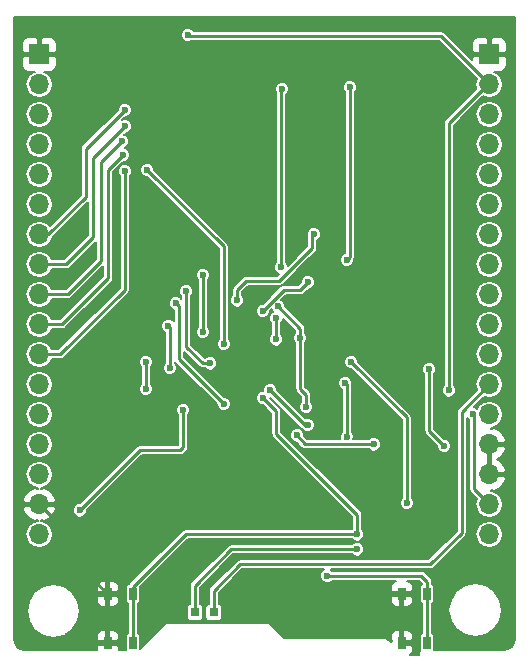
<source format=gbl>
G04 #@! TF.FileFunction,Copper,L2,Bot,Signal*
%FSLAX46Y46*%
G04 Gerber Fmt 4.6, Leading zero omitted, Abs format (unit mm)*
G04 Created by KiCad (PCBNEW 4.0.5-e0-6337~52~ubuntu16.10.1) date Sat Feb 25 17:17:48 2017*
%MOMM*%
%LPD*%
G01*
G04 APERTURE LIST*
%ADD10C,0.100000*%
%ADD11R,0.650000X1.050000*%
%ADD12R,0.800000X0.800000*%
%ADD13R,1.700000X1.700000*%
%ADD14O,1.700000X1.700000*%
%ADD15C,0.600000*%
%ADD16C,0.250000*%
%ADD17C,0.200000*%
G04 APERTURE END LIST*
D10*
D11*
X160333000Y-120947000D03*
X160333000Y-116797000D03*
X158183000Y-120947000D03*
X158183000Y-116797000D03*
D12*
X167170000Y-118364000D03*
X165570000Y-118364000D03*
D13*
X190500000Y-71120000D03*
D14*
X190500000Y-73660000D03*
X190500000Y-76200000D03*
X190500000Y-78740000D03*
X190500000Y-81280000D03*
X190500000Y-83820000D03*
X190500000Y-86360000D03*
X190500000Y-88900000D03*
X190500000Y-91440000D03*
X190500000Y-93980000D03*
X190500000Y-96520000D03*
X190500000Y-99060000D03*
X190500000Y-101600000D03*
X190500000Y-104140000D03*
X190500000Y-106680000D03*
X190500000Y-109220000D03*
X190500000Y-111760000D03*
D13*
X152400000Y-71120000D03*
D14*
X152400000Y-73660000D03*
X152400000Y-76200000D03*
X152400000Y-78740000D03*
X152400000Y-81280000D03*
X152400000Y-83820000D03*
X152400000Y-86360000D03*
X152400000Y-88900000D03*
X152400000Y-91440000D03*
X152400000Y-93980000D03*
X152400000Y-96520000D03*
X152400000Y-99060000D03*
X152400000Y-101600000D03*
X152400000Y-104140000D03*
X152400000Y-106680000D03*
X152400000Y-109220000D03*
X152400000Y-111760000D03*
D11*
X185225000Y-120947000D03*
X185225000Y-116797000D03*
X183075000Y-120947000D03*
X183075000Y-116797000D03*
D15*
X164592000Y-101219000D03*
X155829000Y-109728000D03*
X189103000Y-101600000D03*
X187071000Y-99568000D03*
X164973000Y-69469000D03*
X180721000Y-104140000D03*
X174244000Y-103378000D03*
X176911000Y-106299000D03*
X179514500Y-106299000D03*
X183075000Y-119443500D03*
X179578000Y-101854000D03*
X182626000Y-101854000D03*
X172466000Y-97028000D03*
X159131000Y-100965000D03*
X162433000Y-100711000D03*
X161163000Y-93980000D03*
X186690000Y-104267000D03*
X185420000Y-97790000D03*
X168021000Y-100711000D03*
X163957000Y-92202000D03*
X164846000Y-91186000D03*
X166878000Y-97282000D03*
X166243000Y-94615000D03*
X166243000Y-89789000D03*
X163449000Y-97663000D03*
X163322000Y-94107000D03*
X161417000Y-99441000D03*
X161417000Y-97155000D03*
X183515000Y-109093000D03*
X178816000Y-97155000D03*
X172974000Y-74041000D03*
X172847000Y-89154000D03*
X178689000Y-73914000D03*
X178435000Y-88519000D03*
X176784000Y-115252500D03*
X168021000Y-95631000D03*
X161544000Y-80899000D03*
X159639000Y-75819000D03*
X159639000Y-77216000D03*
X159385000Y-78486000D03*
X159512000Y-79629000D03*
X159639000Y-81026000D03*
X178435000Y-103505000D03*
X178308000Y-98933000D03*
X172466000Y-95250000D03*
X172466000Y-93472000D03*
X175006000Y-100965000D03*
X174498000Y-95123000D03*
X172593000Y-92456000D03*
X175133000Y-102489000D03*
X171958000Y-99568000D03*
X171323000Y-92837000D03*
X175133000Y-90424000D03*
X175641000Y-86360000D03*
X169164000Y-91948000D03*
X171323000Y-100203000D03*
X179324000Y-111760000D03*
X179324000Y-113030000D03*
D16*
X164592000Y-104394000D02*
X164592000Y-101219000D01*
X164338000Y-104648000D02*
X164592000Y-104394000D01*
X160909000Y-104648000D02*
X164338000Y-104648000D01*
X155829000Y-109728000D02*
X160909000Y-104648000D01*
X190500000Y-73660000D02*
X190373000Y-73660000D01*
X190373000Y-73660000D02*
X187071000Y-76962000D01*
X189230000Y-107950000D02*
X190500000Y-109220000D01*
X189230000Y-101727000D02*
X189230000Y-107950000D01*
X189103000Y-101600000D02*
X189230000Y-101727000D01*
X187071000Y-76962000D02*
X187071000Y-99568000D01*
X186436000Y-69596000D02*
X190500000Y-73660000D01*
X165100000Y-69596000D02*
X186436000Y-69596000D01*
X164973000Y-69469000D02*
X165100000Y-69596000D01*
X174879000Y-104140000D02*
X180721000Y-104140000D01*
X174244000Y-103378000D02*
X174879000Y-104140000D01*
X179514500Y-106299000D02*
X176911000Y-106299000D01*
X183075000Y-116797000D02*
X183075000Y-119443500D01*
X183075000Y-119443500D02*
X183075000Y-120947000D01*
X158183000Y-120947000D02*
X158183000Y-116797000D01*
X158183000Y-116797000D02*
X154686000Y-113300000D01*
X154686000Y-113300000D02*
X154686000Y-111506000D01*
X154686000Y-111506000D02*
X152400000Y-109220000D01*
X182626000Y-101854000D02*
X179578000Y-101854000D01*
X162433000Y-100711000D02*
X163322000Y-100711000D01*
X170434000Y-99060000D02*
X172466000Y-97028000D01*
X170434000Y-100330000D02*
X170434000Y-99060000D01*
X168910000Y-101854000D02*
X170434000Y-100330000D01*
X167513000Y-101854000D02*
X168910000Y-101854000D01*
X165735000Y-100076000D02*
X167513000Y-101854000D01*
X163957000Y-100076000D02*
X165735000Y-100076000D01*
X163322000Y-100711000D02*
X163957000Y-100076000D01*
X162433000Y-100711000D02*
X159385000Y-100711000D01*
X159385000Y-100711000D02*
X159131000Y-100965000D01*
X162433000Y-95250000D02*
X162433000Y-100711000D01*
X161163000Y-93980000D02*
X162433000Y-95250000D01*
X152400000Y-70485000D02*
X151765000Y-70485000D01*
X186690000Y-104267000D02*
X185420000Y-102997000D01*
X185420000Y-102997000D02*
X185420000Y-97790000D01*
X164211000Y-96901000D02*
X168021000Y-100711000D01*
X164211000Y-92456000D02*
X164211000Y-96901000D01*
X163957000Y-92202000D02*
X164211000Y-92456000D01*
X164846000Y-91186000D02*
X164846000Y-95885000D01*
X164846000Y-95885000D02*
X166243000Y-97282000D01*
X166243000Y-97282000D02*
X166878000Y-97282000D01*
X166243000Y-89789000D02*
X166243000Y-94615000D01*
X163449000Y-94234000D02*
X163449000Y-97663000D01*
X163322000Y-94107000D02*
X163449000Y-94234000D01*
X161417000Y-97155000D02*
X161417000Y-99441000D01*
X183515000Y-101854000D02*
X183515000Y-109093000D01*
X178816000Y-97155000D02*
X183515000Y-101854000D01*
X172974000Y-74041000D02*
X172847000Y-74168000D01*
X172847000Y-74168000D02*
X172847000Y-89154000D01*
X178689000Y-88265000D02*
X178689000Y-73914000D01*
X178435000Y-88519000D02*
X178689000Y-88265000D01*
X185225000Y-116797000D02*
X185225000Y-120947000D01*
X185225000Y-115756000D02*
X185225000Y-116797000D01*
X184721500Y-115252500D02*
X185225000Y-115756000D01*
X176784000Y-115252500D02*
X184721500Y-115252500D01*
X168021000Y-87376000D02*
X168021000Y-95631000D01*
X161544000Y-80899000D02*
X168021000Y-87376000D01*
X152400000Y-86360000D02*
X153162000Y-86360000D01*
X153162000Y-86360000D02*
X156337000Y-83185000D01*
X156337000Y-83185000D02*
X156337000Y-79121000D01*
X156337000Y-79121000D02*
X159639000Y-75819000D01*
X152400000Y-88900000D02*
X154686000Y-88900000D01*
X156972000Y-79883000D02*
X159639000Y-77216000D01*
X156972000Y-86614000D02*
X156972000Y-79883000D01*
X154686000Y-88900000D02*
X156972000Y-86614000D01*
X152400000Y-91440000D02*
X154813000Y-91440000D01*
X157607000Y-80264000D02*
X159385000Y-78486000D01*
X157607000Y-88646000D02*
X157607000Y-80264000D01*
X154813000Y-91440000D02*
X157607000Y-88646000D01*
X152400000Y-93980000D02*
X154305000Y-93980000D01*
X158242000Y-80899000D02*
X159512000Y-79629000D01*
X158242000Y-90043000D02*
X158242000Y-80899000D01*
X154305000Y-93980000D02*
X158242000Y-90043000D01*
X159639000Y-91059000D02*
X159639000Y-81026000D01*
X154178000Y-96520000D02*
X159639000Y-91059000D01*
X152400000Y-96520000D02*
X154178000Y-96520000D01*
X167170000Y-118364000D02*
X167170000Y-116548000D01*
X188150500Y-101409500D02*
X190500000Y-99060000D01*
X188150500Y-111633000D02*
X188150500Y-101409500D01*
X185483500Y-114300000D02*
X188150500Y-111633000D01*
X169418000Y-114300000D02*
X185483500Y-114300000D01*
X167170000Y-116548000D02*
X169418000Y-114300000D01*
X167170000Y-118364000D02*
X167170000Y-118402000D01*
X178435000Y-99060000D02*
X178435000Y-103505000D01*
X178308000Y-98933000D02*
X178435000Y-99060000D01*
X172466000Y-93472000D02*
X172466000Y-95250000D01*
X174498000Y-95123000D02*
X174498000Y-99441000D01*
X175006000Y-99949000D02*
X175006000Y-100965000D01*
X174498000Y-99441000D02*
X175006000Y-99949000D01*
X174498000Y-94361000D02*
X174498000Y-95123000D01*
X172593000Y-92456000D02*
X174498000Y-94361000D01*
X174879000Y-102489000D02*
X175133000Y-102489000D01*
X171958000Y-99568000D02*
X174879000Y-102489000D01*
X173101000Y-91059000D02*
X171323000Y-92837000D01*
X174498000Y-91059000D02*
X173101000Y-91059000D01*
X175133000Y-90424000D02*
X174498000Y-91059000D01*
X160333000Y-116797000D02*
X160333000Y-116209500D01*
X164782500Y-111760000D02*
X179324000Y-111760000D01*
X160333000Y-116209500D02*
X164782500Y-111760000D01*
X175641000Y-86360000D02*
X175514000Y-86487000D01*
X175514000Y-86487000D02*
X175514000Y-87503000D01*
X175514000Y-87503000D02*
X172720000Y-90297000D01*
X172720000Y-90297000D02*
X169926000Y-90297000D01*
X169926000Y-90297000D02*
X169164000Y-91059000D01*
X169164000Y-91059000D02*
X169164000Y-91948000D01*
X160333000Y-116797000D02*
X160333000Y-120947000D01*
X171323000Y-100203000D02*
X172466000Y-101346000D01*
X172466000Y-101346000D02*
X172466000Y-103251000D01*
X172466000Y-103251000D02*
X179324000Y-110109000D01*
X179324000Y-110109000D02*
X179324000Y-111760000D01*
X165570000Y-116116000D02*
X165570000Y-118364000D01*
X168656000Y-113030000D02*
X165570000Y-116116000D01*
X172212000Y-113030000D02*
X168656000Y-113030000D01*
X179324000Y-113030000D02*
X172212000Y-113030000D01*
D17*
G36*
X192665000Y-120613064D02*
X192590085Y-120989689D01*
X192397666Y-121277666D01*
X192109689Y-121470085D01*
X191733068Y-121545000D01*
X185841094Y-121545000D01*
X185855877Y-121472000D01*
X185855877Y-120422000D01*
X185834958Y-120310827D01*
X185769255Y-120208721D01*
X185669003Y-120140222D01*
X185650000Y-120136374D01*
X185650000Y-118173500D01*
X187038900Y-118173500D01*
X187212455Y-119046018D01*
X187706697Y-119785703D01*
X188446382Y-120279945D01*
X189318900Y-120453500D01*
X190191418Y-120279945D01*
X190931103Y-119785703D01*
X191425345Y-119046018D01*
X191598900Y-118173500D01*
X191425345Y-117300982D01*
X190931103Y-116561297D01*
X190191418Y-116067055D01*
X189318900Y-115893500D01*
X188446382Y-116067055D01*
X187706697Y-116561297D01*
X187212455Y-117300982D01*
X187038900Y-118173500D01*
X185650000Y-118173500D01*
X185650000Y-117609060D01*
X185661173Y-117606958D01*
X185763279Y-117541255D01*
X185831778Y-117441003D01*
X185855877Y-117322000D01*
X185855877Y-116272000D01*
X185834958Y-116160827D01*
X185769255Y-116058721D01*
X185669003Y-115990222D01*
X185650000Y-115986374D01*
X185650000Y-115756000D01*
X185637071Y-115691000D01*
X185617649Y-115593359D01*
X185525521Y-115455480D01*
X185022020Y-114951980D01*
X184884141Y-114859851D01*
X184857157Y-114854484D01*
X184721500Y-114827500D01*
X177207530Y-114827500D01*
X177124317Y-114744141D01*
X177078220Y-114725000D01*
X185483500Y-114725000D01*
X185619157Y-114698016D01*
X185646141Y-114692649D01*
X185784020Y-114600520D01*
X188451021Y-111933520D01*
X188543149Y-111795641D01*
X188550238Y-111760000D01*
X189327470Y-111760000D01*
X189415009Y-112200086D01*
X189664297Y-112573173D01*
X190037384Y-112822461D01*
X190477470Y-112910000D01*
X190522530Y-112910000D01*
X190962616Y-112822461D01*
X191335703Y-112573173D01*
X191584991Y-112200086D01*
X191672530Y-111760000D01*
X191584991Y-111319914D01*
X191335703Y-110946827D01*
X190962616Y-110697539D01*
X190522530Y-110610000D01*
X190477470Y-110610000D01*
X190037384Y-110697539D01*
X189664297Y-110946827D01*
X189415009Y-111319914D01*
X189327470Y-111760000D01*
X188550238Y-111760000D01*
X188575500Y-111633000D01*
X188575500Y-101894539D01*
X188594048Y-101939429D01*
X188762683Y-102108359D01*
X188805000Y-102125931D01*
X188805000Y-107950000D01*
X188831984Y-108085657D01*
X188837351Y-108112641D01*
X188929480Y-108250520D01*
X189432579Y-108753619D01*
X189415009Y-108779914D01*
X189327470Y-109220000D01*
X189415009Y-109660086D01*
X189664297Y-110033173D01*
X190037384Y-110282461D01*
X190477470Y-110370000D01*
X190522530Y-110370000D01*
X190962616Y-110282461D01*
X191335703Y-110033173D01*
X191584991Y-109660086D01*
X191672530Y-109220000D01*
X191584991Y-108779914D01*
X191335703Y-108406827D01*
X190962616Y-108157539D01*
X190654002Y-108096152D01*
X190654002Y-107977857D01*
X190878911Y-108087915D01*
X191388854Y-107835741D01*
X191763477Y-107407616D01*
X191907903Y-107058910D01*
X191796889Y-106834000D01*
X190654000Y-106834000D01*
X190654000Y-106854000D01*
X190346000Y-106854000D01*
X190346000Y-106834000D01*
X190326000Y-106834000D01*
X190326000Y-106526000D01*
X190346000Y-106526000D01*
X190346000Y-104294000D01*
X190654000Y-104294000D01*
X190654000Y-106526000D01*
X191796889Y-106526000D01*
X191907903Y-106301090D01*
X191763477Y-105952384D01*
X191388854Y-105524259D01*
X191157801Y-105410000D01*
X191388854Y-105295741D01*
X191763477Y-104867616D01*
X191907903Y-104518910D01*
X191796889Y-104294000D01*
X190654000Y-104294000D01*
X190346000Y-104294000D01*
X190326000Y-104294000D01*
X190326000Y-103986000D01*
X190346000Y-103986000D01*
X190346000Y-103966000D01*
X190654000Y-103966000D01*
X190654000Y-103986000D01*
X191796889Y-103986000D01*
X191907903Y-103761090D01*
X191763477Y-103412384D01*
X191388854Y-102984259D01*
X190878911Y-102732085D01*
X190654002Y-102842143D01*
X190654002Y-102723848D01*
X190962616Y-102662461D01*
X191335703Y-102413173D01*
X191584991Y-102040086D01*
X191672530Y-101600000D01*
X191584991Y-101159914D01*
X191335703Y-100786827D01*
X190962616Y-100537539D01*
X190522530Y-100450000D01*
X190477470Y-100450000D01*
X190037384Y-100537539D01*
X189664297Y-100786827D01*
X189453687Y-101102029D01*
X189443317Y-101091641D01*
X189222871Y-101000104D01*
X189160990Y-101000050D01*
X190038381Y-100122659D01*
X190477470Y-100210000D01*
X190522530Y-100210000D01*
X190962616Y-100122461D01*
X191335703Y-99873173D01*
X191584991Y-99500086D01*
X191672530Y-99060000D01*
X191584991Y-98619914D01*
X191335703Y-98246827D01*
X190962616Y-97997539D01*
X190522530Y-97910000D01*
X190477470Y-97910000D01*
X190037384Y-97997539D01*
X189664297Y-98246827D01*
X189415009Y-98619914D01*
X189327470Y-99060000D01*
X189415009Y-99500086D01*
X189432579Y-99526381D01*
X187849980Y-101108980D01*
X187757851Y-101246859D01*
X187757851Y-101246860D01*
X187725500Y-101409500D01*
X187725500Y-111456959D01*
X185307460Y-113875000D01*
X169418000Y-113875000D01*
X169282343Y-113901984D01*
X169255359Y-113907351D01*
X169117480Y-113999480D01*
X166869480Y-116247480D01*
X166777351Y-116385359D01*
X166777351Y-116385360D01*
X166745000Y-116548000D01*
X166745000Y-117662827D01*
X166658827Y-117679042D01*
X166556721Y-117744745D01*
X166488222Y-117844997D01*
X166464123Y-117964000D01*
X166464123Y-118764000D01*
X166485042Y-118875173D01*
X166550745Y-118977279D01*
X166650997Y-119045778D01*
X166770000Y-119069877D01*
X167570000Y-119069877D01*
X167681173Y-119048958D01*
X167783279Y-118983255D01*
X167851778Y-118883003D01*
X167875877Y-118764000D01*
X167875877Y-117964000D01*
X167854958Y-117852827D01*
X167789255Y-117750721D01*
X167689003Y-117682222D01*
X167595000Y-117663186D01*
X167595000Y-117103000D01*
X182142000Y-117103000D01*
X182142000Y-117442939D01*
X182234563Y-117666405D01*
X182405596Y-117837438D01*
X182629062Y-117930000D01*
X182769000Y-117930000D01*
X182921000Y-117778000D01*
X182921000Y-116951000D01*
X183229000Y-116951000D01*
X183229000Y-117778000D01*
X183381000Y-117930000D01*
X183520938Y-117930000D01*
X183744404Y-117837438D01*
X183915437Y-117666405D01*
X184008000Y-117442939D01*
X184008000Y-117103000D01*
X183856000Y-116951000D01*
X183229000Y-116951000D01*
X182921000Y-116951000D01*
X182294000Y-116951000D01*
X182142000Y-117103000D01*
X167595000Y-117103000D01*
X167595000Y-116724040D01*
X169594040Y-114725000D01*
X176489461Y-114725000D01*
X176444571Y-114743548D01*
X176275641Y-114912183D01*
X176184104Y-115132629D01*
X176183896Y-115371324D01*
X176275048Y-115591929D01*
X176443683Y-115760859D01*
X176664129Y-115852396D01*
X176902824Y-115852604D01*
X177123429Y-115761452D01*
X177207528Y-115677500D01*
X182596470Y-115677500D01*
X182405596Y-115756562D01*
X182234563Y-115927595D01*
X182142000Y-116151061D01*
X182142000Y-116491000D01*
X182294000Y-116643000D01*
X182921000Y-116643000D01*
X182921000Y-116623000D01*
X183229000Y-116623000D01*
X183229000Y-116643000D01*
X183856000Y-116643000D01*
X184008000Y-116491000D01*
X184008000Y-116151061D01*
X183915437Y-115927595D01*
X183744404Y-115756562D01*
X183553530Y-115677500D01*
X184545460Y-115677500D01*
X184800000Y-115932041D01*
X184800000Y-115984940D01*
X184788827Y-115987042D01*
X184686721Y-116052745D01*
X184618222Y-116152997D01*
X184594123Y-116272000D01*
X184594123Y-117322000D01*
X184615042Y-117433173D01*
X184680745Y-117535279D01*
X184780997Y-117603778D01*
X184800000Y-117607626D01*
X184800000Y-120134940D01*
X184788827Y-120137042D01*
X184686721Y-120202745D01*
X184618222Y-120302997D01*
X184594123Y-120422000D01*
X184594123Y-121472000D01*
X184615042Y-121583173D01*
X184656849Y-121648144D01*
X184646835Y-121654835D01*
X184565545Y-121776494D01*
X184537000Y-121920000D01*
X184542371Y-121947000D01*
X183784842Y-121947000D01*
X183915437Y-121816405D01*
X184008000Y-121592939D01*
X184008000Y-121253000D01*
X183856000Y-121101000D01*
X183229000Y-121101000D01*
X183229000Y-121121000D01*
X182921000Y-121121000D01*
X182921000Y-121101000D01*
X182901000Y-121101000D01*
X182901000Y-120793000D01*
X182921000Y-120793000D01*
X182921000Y-119966000D01*
X183229000Y-119966000D01*
X183229000Y-120793000D01*
X183856000Y-120793000D01*
X184008000Y-120641000D01*
X184008000Y-120301061D01*
X183915437Y-120077595D01*
X183744404Y-119906562D01*
X183520938Y-119814000D01*
X183381000Y-119814000D01*
X183229000Y-119966000D01*
X182921000Y-119966000D01*
X182769000Y-119814000D01*
X182629062Y-119814000D01*
X182405596Y-119906562D01*
X182234563Y-120077595D01*
X182142000Y-120301061D01*
X182142000Y-120641000D01*
X182293998Y-120792998D01*
X182142000Y-120792998D01*
X182142000Y-120905670D01*
X181875165Y-120638835D01*
X181753507Y-120557545D01*
X181610000Y-120529000D01*
X173129330Y-120529000D01*
X171969165Y-119368835D01*
X171847507Y-119287545D01*
X171704000Y-119259000D01*
X163322000Y-119259000D01*
X163178493Y-119287545D01*
X163056835Y-119368835D01*
X160963877Y-121461793D01*
X160963877Y-120422000D01*
X160942958Y-120310827D01*
X160877255Y-120208721D01*
X160777003Y-120140222D01*
X160758000Y-120136374D01*
X160758000Y-117964000D01*
X164864123Y-117964000D01*
X164864123Y-118764000D01*
X164885042Y-118875173D01*
X164950745Y-118977279D01*
X165050997Y-119045778D01*
X165170000Y-119069877D01*
X165970000Y-119069877D01*
X166081173Y-119048958D01*
X166183279Y-118983255D01*
X166251778Y-118883003D01*
X166275877Y-118764000D01*
X166275877Y-117964000D01*
X166254958Y-117852827D01*
X166189255Y-117750721D01*
X166089003Y-117682222D01*
X165995000Y-117663186D01*
X165995000Y-116292040D01*
X168832040Y-113455000D01*
X178900470Y-113455000D01*
X178983683Y-113538359D01*
X179204129Y-113629896D01*
X179442824Y-113630104D01*
X179663429Y-113538952D01*
X179832359Y-113370317D01*
X179923896Y-113149871D01*
X179924104Y-112911176D01*
X179832952Y-112690571D01*
X179664317Y-112521641D01*
X179443871Y-112430104D01*
X179205176Y-112429896D01*
X178984571Y-112521048D01*
X178900472Y-112605000D01*
X168656000Y-112605000D01*
X168520343Y-112631984D01*
X168493359Y-112637351D01*
X168355480Y-112729480D01*
X165269480Y-115815480D01*
X165177351Y-115953359D01*
X165177351Y-115953360D01*
X165145000Y-116116000D01*
X165145000Y-117662827D01*
X165058827Y-117679042D01*
X164956721Y-117744745D01*
X164888222Y-117844997D01*
X164864123Y-117964000D01*
X160758000Y-117964000D01*
X160758000Y-117609060D01*
X160769173Y-117606958D01*
X160871279Y-117541255D01*
X160939778Y-117441003D01*
X160963877Y-117322000D01*
X160963877Y-116272000D01*
X160949254Y-116194286D01*
X164958541Y-112185000D01*
X178900470Y-112185000D01*
X178983683Y-112268359D01*
X179204129Y-112359896D01*
X179442824Y-112360104D01*
X179663429Y-112268952D01*
X179832359Y-112100317D01*
X179923896Y-111879871D01*
X179924104Y-111641176D01*
X179832952Y-111420571D01*
X179749000Y-111336472D01*
X179749000Y-110109000D01*
X179716649Y-109946360D01*
X179716649Y-109946359D01*
X179624521Y-109808480D01*
X173312865Y-103496824D01*
X173643896Y-103496824D01*
X173735048Y-103717429D01*
X173903683Y-103886359D01*
X174124129Y-103977896D01*
X174190736Y-103977954D01*
X174552506Y-104412079D01*
X174567659Y-104424325D01*
X174578480Y-104440520D01*
X174631693Y-104476076D01*
X174681478Y-104516311D01*
X174700162Y-104521826D01*
X174716360Y-104532649D01*
X174779142Y-104545137D01*
X174840523Y-104563254D01*
X174859892Y-104561199D01*
X174879000Y-104565000D01*
X180297470Y-104565000D01*
X180380683Y-104648359D01*
X180601129Y-104739896D01*
X180839824Y-104740104D01*
X181060429Y-104648952D01*
X181229359Y-104480317D01*
X181320896Y-104259871D01*
X181321104Y-104021176D01*
X181229952Y-103800571D01*
X181061317Y-103631641D01*
X180840871Y-103540104D01*
X180602176Y-103539896D01*
X180381571Y-103631048D01*
X180297472Y-103715000D01*
X178997471Y-103715000D01*
X179034896Y-103624871D01*
X179035104Y-103386176D01*
X178943952Y-103165571D01*
X178860000Y-103081472D01*
X178860000Y-99168218D01*
X178907896Y-99052871D01*
X178908104Y-98814176D01*
X178816952Y-98593571D01*
X178648317Y-98424641D01*
X178427871Y-98333104D01*
X178189176Y-98332896D01*
X177968571Y-98424048D01*
X177799641Y-98592683D01*
X177708104Y-98813129D01*
X177707896Y-99051824D01*
X177799048Y-99272429D01*
X177967683Y-99441359D01*
X178010000Y-99458931D01*
X178010000Y-103081470D01*
X177926641Y-103164683D01*
X177835104Y-103385129D01*
X177834896Y-103623824D01*
X177872569Y-103715000D01*
X175078059Y-103715000D01*
X174843952Y-103434071D01*
X174844104Y-103259176D01*
X174752952Y-103038571D01*
X174584317Y-102869641D01*
X174363871Y-102778104D01*
X174125176Y-102777896D01*
X173904571Y-102869048D01*
X173735641Y-103037683D01*
X173644104Y-103258129D01*
X173643896Y-103496824D01*
X173312865Y-103496824D01*
X172891000Y-103074960D01*
X172891000Y-101346000D01*
X172858649Y-101183360D01*
X172858649Y-101183359D01*
X172766520Y-101045480D01*
X171923001Y-100201961D01*
X171923031Y-100167970D01*
X171956959Y-100168000D01*
X174578480Y-102789521D01*
X174619219Y-102816742D01*
X174624048Y-102828429D01*
X174792683Y-102997359D01*
X175013129Y-103088896D01*
X175251824Y-103089104D01*
X175472429Y-102997952D01*
X175641359Y-102829317D01*
X175732896Y-102608871D01*
X175733104Y-102370176D01*
X175641952Y-102149571D01*
X175473317Y-101980641D01*
X175252871Y-101889104D01*
X175014176Y-101888896D01*
X174919186Y-101928145D01*
X172558001Y-99566961D01*
X172558104Y-99449176D01*
X172466952Y-99228571D01*
X172298317Y-99059641D01*
X172077871Y-98968104D01*
X171839176Y-98967896D01*
X171618571Y-99059048D01*
X171449641Y-99227683D01*
X171358104Y-99448129D01*
X171357969Y-99603030D01*
X171204176Y-99602896D01*
X170983571Y-99694048D01*
X170814641Y-99862683D01*
X170723104Y-100083129D01*
X170722896Y-100321824D01*
X170814048Y-100542429D01*
X170982683Y-100711359D01*
X171203129Y-100802896D01*
X171321960Y-100803000D01*
X172041000Y-101522040D01*
X172041000Y-103251000D01*
X172056083Y-103326827D01*
X172073351Y-103413641D01*
X172165480Y-103551520D01*
X178899000Y-110285041D01*
X178899000Y-111335000D01*
X164782500Y-111335000D01*
X164619860Y-111367351D01*
X164619858Y-111367352D01*
X164619859Y-111367352D01*
X164481979Y-111459480D01*
X160032480Y-115908980D01*
X159992327Y-115969072D01*
X159896827Y-115987042D01*
X159794721Y-116052745D01*
X159726222Y-116152997D01*
X159702123Y-116272000D01*
X159702123Y-117322000D01*
X159723042Y-117433173D01*
X159788745Y-117535279D01*
X159888997Y-117603778D01*
X159908000Y-117607626D01*
X159908000Y-120134940D01*
X159896827Y-120137042D01*
X159794721Y-120202745D01*
X159726222Y-120302997D01*
X159702123Y-120422000D01*
X159702123Y-121472000D01*
X159715859Y-121545000D01*
X159116000Y-121545000D01*
X159116000Y-121253000D01*
X158964000Y-121101000D01*
X158337000Y-121101000D01*
X158337000Y-121121000D01*
X158029000Y-121121000D01*
X158029000Y-121101000D01*
X157402000Y-121101000D01*
X157250000Y-121253000D01*
X157250000Y-121545000D01*
X151166936Y-121545000D01*
X150790311Y-121470085D01*
X150502334Y-121277666D01*
X150309915Y-120989689D01*
X150235000Y-120613068D01*
X150235000Y-118237000D01*
X151313800Y-118237000D01*
X151487355Y-119109518D01*
X151981597Y-119849203D01*
X152721282Y-120343445D01*
X153593800Y-120517000D01*
X154466318Y-120343445D01*
X154529750Y-120301061D01*
X157250000Y-120301061D01*
X157250000Y-120641000D01*
X157402000Y-120793000D01*
X158029000Y-120793000D01*
X158029000Y-119966000D01*
X158337000Y-119966000D01*
X158337000Y-120793000D01*
X158964000Y-120793000D01*
X159116000Y-120641000D01*
X159116000Y-120301061D01*
X159023437Y-120077595D01*
X158852404Y-119906562D01*
X158628938Y-119814000D01*
X158489000Y-119814000D01*
X158337000Y-119966000D01*
X158029000Y-119966000D01*
X157877000Y-119814000D01*
X157737062Y-119814000D01*
X157513596Y-119906562D01*
X157342563Y-120077595D01*
X157250000Y-120301061D01*
X154529750Y-120301061D01*
X155206003Y-119849203D01*
X155700245Y-119109518D01*
X155873800Y-118237000D01*
X155700245Y-117364482D01*
X155525529Y-117103000D01*
X157250000Y-117103000D01*
X157250000Y-117442939D01*
X157342563Y-117666405D01*
X157513596Y-117837438D01*
X157737062Y-117930000D01*
X157877000Y-117930000D01*
X158029000Y-117778000D01*
X158029000Y-116951000D01*
X158337000Y-116951000D01*
X158337000Y-117778000D01*
X158489000Y-117930000D01*
X158628938Y-117930000D01*
X158852404Y-117837438D01*
X159023437Y-117666405D01*
X159116000Y-117442939D01*
X159116000Y-117103000D01*
X158964000Y-116951000D01*
X158337000Y-116951000D01*
X158029000Y-116951000D01*
X157402000Y-116951000D01*
X157250000Y-117103000D01*
X155525529Y-117103000D01*
X155206003Y-116624797D01*
X154497008Y-116151061D01*
X157250000Y-116151061D01*
X157250000Y-116491000D01*
X157402000Y-116643000D01*
X158029000Y-116643000D01*
X158029000Y-115816000D01*
X158337000Y-115816000D01*
X158337000Y-116643000D01*
X158964000Y-116643000D01*
X159116000Y-116491000D01*
X159116000Y-116151061D01*
X159023437Y-115927595D01*
X158852404Y-115756562D01*
X158628938Y-115664000D01*
X158489000Y-115664000D01*
X158337000Y-115816000D01*
X158029000Y-115816000D01*
X157877000Y-115664000D01*
X157737062Y-115664000D01*
X157513596Y-115756562D01*
X157342563Y-115927595D01*
X157250000Y-116151061D01*
X154497008Y-116151061D01*
X154466318Y-116130555D01*
X153593800Y-115957000D01*
X152721282Y-116130555D01*
X151981597Y-116624797D01*
X151487355Y-117364482D01*
X151313800Y-118237000D01*
X150235000Y-118237000D01*
X150235000Y-109598910D01*
X150992097Y-109598910D01*
X151136523Y-109947616D01*
X151511146Y-110375741D01*
X152021089Y-110627915D01*
X152245998Y-110517857D01*
X152245998Y-110636152D01*
X151937384Y-110697539D01*
X151564297Y-110946827D01*
X151315009Y-111319914D01*
X151227470Y-111760000D01*
X151315009Y-112200086D01*
X151564297Y-112573173D01*
X151937384Y-112822461D01*
X152377470Y-112910000D01*
X152422530Y-112910000D01*
X152862616Y-112822461D01*
X153235703Y-112573173D01*
X153484991Y-112200086D01*
X153572530Y-111760000D01*
X153484991Y-111319914D01*
X153235703Y-110946827D01*
X152862616Y-110697539D01*
X152554002Y-110636152D01*
X152554002Y-110517857D01*
X152778911Y-110627915D01*
X153288854Y-110375741D01*
X153663477Y-109947616D01*
X153705222Y-109846824D01*
X155228896Y-109846824D01*
X155320048Y-110067429D01*
X155488683Y-110236359D01*
X155709129Y-110327896D01*
X155947824Y-110328104D01*
X156168429Y-110236952D01*
X156337359Y-110068317D01*
X156428896Y-109847871D01*
X156429000Y-109729040D01*
X161085040Y-105073000D01*
X164338000Y-105073000D01*
X164473657Y-105046016D01*
X164500641Y-105040649D01*
X164638520Y-104948520D01*
X164892520Y-104694521D01*
X164979063Y-104565000D01*
X164984649Y-104556640D01*
X165017000Y-104394000D01*
X165017000Y-101642530D01*
X165100359Y-101559317D01*
X165191896Y-101338871D01*
X165192104Y-101100176D01*
X165100952Y-100879571D01*
X164932317Y-100710641D01*
X164711871Y-100619104D01*
X164473176Y-100618896D01*
X164252571Y-100710048D01*
X164083641Y-100878683D01*
X163992104Y-101099129D01*
X163991896Y-101337824D01*
X164083048Y-101558429D01*
X164167000Y-101642528D01*
X164167000Y-104217959D01*
X164161960Y-104223000D01*
X160909000Y-104223000D01*
X160746359Y-104255351D01*
X160608480Y-104347480D01*
X155827961Y-109127999D01*
X155710176Y-109127896D01*
X155489571Y-109219048D01*
X155320641Y-109387683D01*
X155229104Y-109608129D01*
X155228896Y-109846824D01*
X153705222Y-109846824D01*
X153807903Y-109598910D01*
X153696889Y-109374000D01*
X152554000Y-109374000D01*
X152554000Y-109394000D01*
X152246000Y-109394000D01*
X152246000Y-109374000D01*
X151103111Y-109374000D01*
X150992097Y-109598910D01*
X150235000Y-109598910D01*
X150235000Y-108841090D01*
X150992097Y-108841090D01*
X151103111Y-109066000D01*
X152246000Y-109066000D01*
X152246000Y-109046000D01*
X152554000Y-109046000D01*
X152554000Y-109066000D01*
X153696889Y-109066000D01*
X153807903Y-108841090D01*
X153663477Y-108492384D01*
X153288854Y-108064259D01*
X152778911Y-107812085D01*
X152554002Y-107922143D01*
X152554002Y-107803848D01*
X152862616Y-107742461D01*
X153235703Y-107493173D01*
X153484991Y-107120086D01*
X153572530Y-106680000D01*
X153484991Y-106239914D01*
X153235703Y-105866827D01*
X152862616Y-105617539D01*
X152422530Y-105530000D01*
X152377470Y-105530000D01*
X151937384Y-105617539D01*
X151564297Y-105866827D01*
X151315009Y-106239914D01*
X151227470Y-106680000D01*
X151315009Y-107120086D01*
X151564297Y-107493173D01*
X151937384Y-107742461D01*
X152245998Y-107803848D01*
X152245998Y-107922143D01*
X152021089Y-107812085D01*
X151511146Y-108064259D01*
X151136523Y-108492384D01*
X150992097Y-108841090D01*
X150235000Y-108841090D01*
X150235000Y-104140000D01*
X151227470Y-104140000D01*
X151315009Y-104580086D01*
X151564297Y-104953173D01*
X151937384Y-105202461D01*
X152377470Y-105290000D01*
X152422530Y-105290000D01*
X152862616Y-105202461D01*
X153235703Y-104953173D01*
X153484991Y-104580086D01*
X153572530Y-104140000D01*
X153484991Y-103699914D01*
X153235703Y-103326827D01*
X152862616Y-103077539D01*
X152422530Y-102990000D01*
X152377470Y-102990000D01*
X151937384Y-103077539D01*
X151564297Y-103326827D01*
X151315009Y-103699914D01*
X151227470Y-104140000D01*
X150235000Y-104140000D01*
X150235000Y-101600000D01*
X151227470Y-101600000D01*
X151315009Y-102040086D01*
X151564297Y-102413173D01*
X151937384Y-102662461D01*
X152377470Y-102750000D01*
X152422530Y-102750000D01*
X152862616Y-102662461D01*
X153235703Y-102413173D01*
X153484991Y-102040086D01*
X153572530Y-101600000D01*
X153484991Y-101159914D01*
X153235703Y-100786827D01*
X152862616Y-100537539D01*
X152422530Y-100450000D01*
X152377470Y-100450000D01*
X151937384Y-100537539D01*
X151564297Y-100786827D01*
X151315009Y-101159914D01*
X151227470Y-101600000D01*
X150235000Y-101600000D01*
X150235000Y-99060000D01*
X151227470Y-99060000D01*
X151315009Y-99500086D01*
X151564297Y-99873173D01*
X151937384Y-100122461D01*
X152377470Y-100210000D01*
X152422530Y-100210000D01*
X152862616Y-100122461D01*
X153235703Y-99873173D01*
X153484991Y-99500086D01*
X153572530Y-99060000D01*
X153484991Y-98619914D01*
X153235703Y-98246827D01*
X152862616Y-97997539D01*
X152422530Y-97910000D01*
X152377470Y-97910000D01*
X151937384Y-97997539D01*
X151564297Y-98246827D01*
X151315009Y-98619914D01*
X151227470Y-99060000D01*
X150235000Y-99060000D01*
X150235000Y-96520000D01*
X151227470Y-96520000D01*
X151315009Y-96960086D01*
X151564297Y-97333173D01*
X151937384Y-97582461D01*
X152377470Y-97670000D01*
X152422530Y-97670000D01*
X152862616Y-97582461D01*
X153235703Y-97333173D01*
X153275358Y-97273824D01*
X160816896Y-97273824D01*
X160908048Y-97494429D01*
X160992000Y-97578528D01*
X160992000Y-99017470D01*
X160908641Y-99100683D01*
X160817104Y-99321129D01*
X160816896Y-99559824D01*
X160908048Y-99780429D01*
X161076683Y-99949359D01*
X161297129Y-100040896D01*
X161535824Y-100041104D01*
X161756429Y-99949952D01*
X161925359Y-99781317D01*
X162016896Y-99560871D01*
X162017104Y-99322176D01*
X161925952Y-99101571D01*
X161842000Y-99017472D01*
X161842000Y-97578530D01*
X161925359Y-97495317D01*
X162016896Y-97274871D01*
X162017104Y-97036176D01*
X161925952Y-96815571D01*
X161757317Y-96646641D01*
X161536871Y-96555104D01*
X161298176Y-96554896D01*
X161077571Y-96646048D01*
X160908641Y-96814683D01*
X160817104Y-97035129D01*
X160816896Y-97273824D01*
X153275358Y-97273824D01*
X153484991Y-96960086D01*
X153487992Y-96945000D01*
X154178000Y-96945000D01*
X154313657Y-96918016D01*
X154340641Y-96912649D01*
X154478520Y-96820520D01*
X157073216Y-94225824D01*
X162721896Y-94225824D01*
X162813048Y-94446429D01*
X162981683Y-94615359D01*
X163024000Y-94632931D01*
X163024000Y-97239470D01*
X162940641Y-97322683D01*
X162849104Y-97543129D01*
X162848896Y-97781824D01*
X162940048Y-98002429D01*
X163108683Y-98171359D01*
X163329129Y-98262896D01*
X163567824Y-98263104D01*
X163788429Y-98171952D01*
X163957359Y-98003317D01*
X164048896Y-97782871D01*
X164049104Y-97544176D01*
X163957952Y-97323571D01*
X163874000Y-97239472D01*
X163874000Y-97146925D01*
X163910480Y-97201520D01*
X167420999Y-100712040D01*
X167420896Y-100829824D01*
X167512048Y-101050429D01*
X167680683Y-101219359D01*
X167901129Y-101310896D01*
X168139824Y-101311104D01*
X168360429Y-101219952D01*
X168529359Y-101051317D01*
X168620896Y-100830871D01*
X168621104Y-100592176D01*
X168529952Y-100371571D01*
X168361317Y-100202641D01*
X168140871Y-100111104D01*
X168022041Y-100111000D01*
X164636000Y-96724960D01*
X164636000Y-96276040D01*
X165942479Y-97582520D01*
X166000711Y-97621429D01*
X166080360Y-97674649D01*
X166243000Y-97707000D01*
X166454470Y-97707000D01*
X166537683Y-97790359D01*
X166758129Y-97881896D01*
X166996824Y-97882104D01*
X167217429Y-97790952D01*
X167386359Y-97622317D01*
X167477896Y-97401871D01*
X167478104Y-97163176D01*
X167386952Y-96942571D01*
X167218317Y-96773641D01*
X166997871Y-96682104D01*
X166759176Y-96681896D01*
X166538571Y-96773048D01*
X166454472Y-96857000D01*
X166419041Y-96857000D01*
X165271000Y-95708960D01*
X165271000Y-91609530D01*
X165354359Y-91526317D01*
X165445896Y-91305871D01*
X165446104Y-91067176D01*
X165354952Y-90846571D01*
X165186317Y-90677641D01*
X164965871Y-90586104D01*
X164727176Y-90585896D01*
X164506571Y-90677048D01*
X164337641Y-90845683D01*
X164246104Y-91066129D01*
X164245896Y-91304824D01*
X164337048Y-91525429D01*
X164421000Y-91609528D01*
X164421000Y-91817540D01*
X164297317Y-91693641D01*
X164076871Y-91602104D01*
X163838176Y-91601896D01*
X163617571Y-91693048D01*
X163448641Y-91861683D01*
X163357104Y-92082129D01*
X163356896Y-92320824D01*
X163448048Y-92541429D01*
X163616683Y-92710359D01*
X163786000Y-92780665D01*
X163786000Y-93722540D01*
X163662317Y-93598641D01*
X163441871Y-93507104D01*
X163203176Y-93506896D01*
X162982571Y-93598048D01*
X162813641Y-93766683D01*
X162722104Y-93987129D01*
X162721896Y-94225824D01*
X157073216Y-94225824D01*
X159939520Y-91359521D01*
X160031648Y-91221641D01*
X160031649Y-91221640D01*
X160064000Y-91059000D01*
X160064000Y-89907824D01*
X165642896Y-89907824D01*
X165734048Y-90128429D01*
X165818000Y-90212528D01*
X165818000Y-94191470D01*
X165734641Y-94274683D01*
X165643104Y-94495129D01*
X165642896Y-94733824D01*
X165734048Y-94954429D01*
X165902683Y-95123359D01*
X166123129Y-95214896D01*
X166361824Y-95215104D01*
X166582429Y-95123952D01*
X166751359Y-94955317D01*
X166842896Y-94734871D01*
X166843104Y-94496176D01*
X166751952Y-94275571D01*
X166668000Y-94191472D01*
X166668000Y-90212530D01*
X166751359Y-90129317D01*
X166842896Y-89908871D01*
X166843104Y-89670176D01*
X166751952Y-89449571D01*
X166583317Y-89280641D01*
X166362871Y-89189104D01*
X166124176Y-89188896D01*
X165903571Y-89280048D01*
X165734641Y-89448683D01*
X165643104Y-89669129D01*
X165642896Y-89907824D01*
X160064000Y-89907824D01*
X160064000Y-81449530D01*
X160147359Y-81366317D01*
X160238896Y-81145871D01*
X160239007Y-81017824D01*
X160943896Y-81017824D01*
X161035048Y-81238429D01*
X161203683Y-81407359D01*
X161424129Y-81498896D01*
X161542960Y-81499000D01*
X167596000Y-87552041D01*
X167596000Y-95207470D01*
X167512641Y-95290683D01*
X167421104Y-95511129D01*
X167420896Y-95749824D01*
X167512048Y-95970429D01*
X167680683Y-96139359D01*
X167901129Y-96230896D01*
X168139824Y-96231104D01*
X168360429Y-96139952D01*
X168529359Y-95971317D01*
X168620896Y-95750871D01*
X168621104Y-95512176D01*
X168529952Y-95291571D01*
X168446000Y-95207472D01*
X168446000Y-92955824D01*
X170722896Y-92955824D01*
X170814048Y-93176429D01*
X170982683Y-93345359D01*
X171203129Y-93436896D01*
X171441824Y-93437104D01*
X171662429Y-93345952D01*
X171831359Y-93177317D01*
X171922896Y-92956871D01*
X171923000Y-92838041D01*
X172049419Y-92711621D01*
X172084048Y-92795429D01*
X172214929Y-92926539D01*
X172126571Y-92963048D01*
X171957641Y-93131683D01*
X171866104Y-93352129D01*
X171865896Y-93590824D01*
X171957048Y-93811429D01*
X172041000Y-93895528D01*
X172041000Y-94826470D01*
X171957641Y-94909683D01*
X171866104Y-95130129D01*
X171865896Y-95368824D01*
X171957048Y-95589429D01*
X172125683Y-95758359D01*
X172346129Y-95849896D01*
X172584824Y-95850104D01*
X172805429Y-95758952D01*
X172974359Y-95590317D01*
X173065896Y-95369871D01*
X173066104Y-95131176D01*
X172974952Y-94910571D01*
X172891000Y-94826472D01*
X172891000Y-93895530D01*
X172974359Y-93812317D01*
X173065896Y-93591871D01*
X173065950Y-93529990D01*
X174073000Y-94537040D01*
X174073000Y-94699470D01*
X173989641Y-94782683D01*
X173898104Y-95003129D01*
X173897896Y-95241824D01*
X173989048Y-95462429D01*
X174073000Y-95546528D01*
X174073000Y-99441000D01*
X174096844Y-99560871D01*
X174105351Y-99603641D01*
X174197480Y-99741520D01*
X174581000Y-100125041D01*
X174581000Y-100541470D01*
X174497641Y-100624683D01*
X174406104Y-100845129D01*
X174405896Y-101083824D01*
X174497048Y-101304429D01*
X174665683Y-101473359D01*
X174886129Y-101564896D01*
X175124824Y-101565104D01*
X175345429Y-101473952D01*
X175514359Y-101305317D01*
X175605896Y-101084871D01*
X175606104Y-100846176D01*
X175514952Y-100625571D01*
X175431000Y-100541472D01*
X175431000Y-99949000D01*
X175398649Y-99786360D01*
X175336968Y-99694048D01*
X175306520Y-99648479D01*
X174923000Y-99264960D01*
X174923000Y-97273824D01*
X178215896Y-97273824D01*
X178307048Y-97494429D01*
X178475683Y-97663359D01*
X178696129Y-97754896D01*
X178814959Y-97755000D01*
X183090000Y-102030041D01*
X183090000Y-108669470D01*
X183006641Y-108752683D01*
X182915104Y-108973129D01*
X182914896Y-109211824D01*
X183006048Y-109432429D01*
X183174683Y-109601359D01*
X183395129Y-109692896D01*
X183633824Y-109693104D01*
X183854429Y-109601952D01*
X184023359Y-109433317D01*
X184114896Y-109212871D01*
X184115104Y-108974176D01*
X184023952Y-108753571D01*
X183940000Y-108669472D01*
X183940000Y-101854000D01*
X183907649Y-101691360D01*
X183907649Y-101691359D01*
X183815521Y-101553480D01*
X180170865Y-97908824D01*
X184819896Y-97908824D01*
X184911048Y-98129429D01*
X184995000Y-98213528D01*
X184995000Y-102997000D01*
X185013321Y-103089104D01*
X185027351Y-103159641D01*
X185119480Y-103297520D01*
X186089999Y-104268039D01*
X186089896Y-104385824D01*
X186181048Y-104606429D01*
X186349683Y-104775359D01*
X186570129Y-104866896D01*
X186808824Y-104867104D01*
X187029429Y-104775952D01*
X187198359Y-104607317D01*
X187289896Y-104386871D01*
X187290104Y-104148176D01*
X187198952Y-103927571D01*
X187030317Y-103758641D01*
X186809871Y-103667104D01*
X186691041Y-103667000D01*
X185845000Y-102820960D01*
X185845000Y-98213530D01*
X185928359Y-98130317D01*
X186019896Y-97909871D01*
X186020104Y-97671176D01*
X185928952Y-97450571D01*
X185760317Y-97281641D01*
X185539871Y-97190104D01*
X185301176Y-97189896D01*
X185080571Y-97281048D01*
X184911641Y-97449683D01*
X184820104Y-97670129D01*
X184819896Y-97908824D01*
X180170865Y-97908824D01*
X179416001Y-97153961D01*
X179416104Y-97036176D01*
X179324952Y-96815571D01*
X179156317Y-96646641D01*
X178935871Y-96555104D01*
X178697176Y-96554896D01*
X178476571Y-96646048D01*
X178307641Y-96814683D01*
X178216104Y-97035129D01*
X178215896Y-97273824D01*
X174923000Y-97273824D01*
X174923000Y-95546530D01*
X175006359Y-95463317D01*
X175097896Y-95242871D01*
X175098104Y-95004176D01*
X175006952Y-94783571D01*
X174923000Y-94699472D01*
X174923000Y-94361000D01*
X174890649Y-94198360D01*
X174890649Y-94198359D01*
X174798520Y-94060480D01*
X173193001Y-92454961D01*
X173193104Y-92337176D01*
X173101952Y-92116571D01*
X172933317Y-91947641D01*
X172848584Y-91912457D01*
X173277041Y-91484000D01*
X174498000Y-91484000D01*
X174633657Y-91457016D01*
X174660641Y-91451649D01*
X174798520Y-91359520D01*
X175134039Y-91024001D01*
X175251824Y-91024104D01*
X175472429Y-90932952D01*
X175641359Y-90764317D01*
X175732896Y-90543871D01*
X175733104Y-90305176D01*
X175641952Y-90084571D01*
X175473317Y-89915641D01*
X175252871Y-89824104D01*
X175014176Y-89823896D01*
X174793571Y-89915048D01*
X174624641Y-90083683D01*
X174533104Y-90304129D01*
X174533000Y-90422959D01*
X174321960Y-90634000D01*
X173101000Y-90634000D01*
X172938359Y-90666351D01*
X172800480Y-90758479D01*
X171321961Y-92236999D01*
X171204176Y-92236896D01*
X170983571Y-92328048D01*
X170814641Y-92496683D01*
X170723104Y-92717129D01*
X170722896Y-92955824D01*
X168446000Y-92955824D01*
X168446000Y-92066824D01*
X168563896Y-92066824D01*
X168655048Y-92287429D01*
X168823683Y-92456359D01*
X169044129Y-92547896D01*
X169282824Y-92548104D01*
X169503429Y-92456952D01*
X169672359Y-92288317D01*
X169763896Y-92067871D01*
X169764104Y-91829176D01*
X169672952Y-91608571D01*
X169589000Y-91524472D01*
X169589000Y-91235040D01*
X170102041Y-90722000D01*
X172720000Y-90722000D01*
X172855657Y-90695016D01*
X172882641Y-90689649D01*
X173020520Y-90597520D01*
X174980216Y-88637824D01*
X177834896Y-88637824D01*
X177926048Y-88858429D01*
X178094683Y-89027359D01*
X178315129Y-89118896D01*
X178553824Y-89119104D01*
X178774429Y-89027952D01*
X178943359Y-88859317D01*
X179034896Y-88638871D01*
X179035019Y-88497426D01*
X179081648Y-88427641D01*
X179081649Y-88427640D01*
X179114000Y-88265000D01*
X179114000Y-74337530D01*
X179197359Y-74254317D01*
X179288896Y-74033871D01*
X179289104Y-73795176D01*
X179197952Y-73574571D01*
X179029317Y-73405641D01*
X178808871Y-73314104D01*
X178570176Y-73313896D01*
X178349571Y-73405048D01*
X178180641Y-73573683D01*
X178089104Y-73794129D01*
X178088896Y-74032824D01*
X178180048Y-74253429D01*
X178264000Y-74337528D01*
X178264000Y-87940455D01*
X178095571Y-88010048D01*
X177926641Y-88178683D01*
X177835104Y-88399129D01*
X177834896Y-88637824D01*
X174980216Y-88637824D01*
X175814521Y-87803520D01*
X175906649Y-87665641D01*
X175939000Y-87503000D01*
X175939000Y-86886070D01*
X175980429Y-86868952D01*
X176149359Y-86700317D01*
X176240896Y-86479871D01*
X176241104Y-86241176D01*
X176149952Y-86020571D01*
X175981317Y-85851641D01*
X175760871Y-85760104D01*
X175522176Y-85759896D01*
X175301571Y-85851048D01*
X175132641Y-86019683D01*
X175041104Y-86240129D01*
X175040896Y-86478824D01*
X175089000Y-86595245D01*
X175089000Y-87326959D01*
X173427713Y-88988246D01*
X173355952Y-88814571D01*
X173272000Y-88730472D01*
X173272000Y-74567070D01*
X173313429Y-74549952D01*
X173482359Y-74381317D01*
X173573896Y-74160871D01*
X173574104Y-73922176D01*
X173482952Y-73701571D01*
X173314317Y-73532641D01*
X173093871Y-73441104D01*
X172855176Y-73440896D01*
X172634571Y-73532048D01*
X172465641Y-73700683D01*
X172374104Y-73921129D01*
X172373896Y-74159824D01*
X172422000Y-74276245D01*
X172422000Y-88730470D01*
X172338641Y-88813683D01*
X172247104Y-89034129D01*
X172246896Y-89272824D01*
X172338048Y-89493429D01*
X172506683Y-89662359D01*
X172681154Y-89734806D01*
X172543960Y-89872000D01*
X169926000Y-89872000D01*
X169763359Y-89904351D01*
X169625480Y-89996479D01*
X168863480Y-90758480D01*
X168771351Y-90896359D01*
X168771351Y-90896360D01*
X168739000Y-91059000D01*
X168739000Y-91524470D01*
X168655641Y-91607683D01*
X168564104Y-91828129D01*
X168563896Y-92066824D01*
X168446000Y-92066824D01*
X168446000Y-87376000D01*
X168413649Y-87213360D01*
X168383078Y-87167608D01*
X168321520Y-87075479D01*
X162144001Y-80897961D01*
X162144104Y-80780176D01*
X162052952Y-80559571D01*
X161884317Y-80390641D01*
X161663871Y-80299104D01*
X161425176Y-80298896D01*
X161204571Y-80390048D01*
X161035641Y-80558683D01*
X160944104Y-80779129D01*
X160943896Y-81017824D01*
X160239007Y-81017824D01*
X160239104Y-80907176D01*
X160147952Y-80686571D01*
X159979317Y-80517641D01*
X159758871Y-80426104D01*
X159520176Y-80425896D01*
X159299571Y-80517048D01*
X159130641Y-80685683D01*
X159039104Y-80906129D01*
X159038896Y-81144824D01*
X159130048Y-81365429D01*
X159214000Y-81449528D01*
X159214000Y-90882959D01*
X154001960Y-96095000D01*
X153487992Y-96095000D01*
X153484991Y-96079914D01*
X153235703Y-95706827D01*
X152862616Y-95457539D01*
X152422530Y-95370000D01*
X152377470Y-95370000D01*
X151937384Y-95457539D01*
X151564297Y-95706827D01*
X151315009Y-96079914D01*
X151227470Y-96520000D01*
X150235000Y-96520000D01*
X150235000Y-86360000D01*
X151227470Y-86360000D01*
X151315009Y-86800086D01*
X151564297Y-87173173D01*
X151937384Y-87422461D01*
X152377470Y-87510000D01*
X152422530Y-87510000D01*
X152862616Y-87422461D01*
X153235703Y-87173173D01*
X153484991Y-86800086D01*
X153525226Y-86597814D01*
X156547000Y-83576040D01*
X156547000Y-86437959D01*
X154509960Y-88475000D01*
X153487992Y-88475000D01*
X153484991Y-88459914D01*
X153235703Y-88086827D01*
X152862616Y-87837539D01*
X152422530Y-87750000D01*
X152377470Y-87750000D01*
X151937384Y-87837539D01*
X151564297Y-88086827D01*
X151315009Y-88459914D01*
X151227470Y-88900000D01*
X151315009Y-89340086D01*
X151564297Y-89713173D01*
X151937384Y-89962461D01*
X152377470Y-90050000D01*
X152422530Y-90050000D01*
X152862616Y-89962461D01*
X153235703Y-89713173D01*
X153484991Y-89340086D01*
X153487992Y-89325000D01*
X154686000Y-89325000D01*
X154821657Y-89298016D01*
X154848641Y-89292649D01*
X154986520Y-89200520D01*
X157182000Y-87005041D01*
X157182000Y-88469959D01*
X154636960Y-91015000D01*
X153487992Y-91015000D01*
X153484991Y-90999914D01*
X153235703Y-90626827D01*
X152862616Y-90377539D01*
X152422530Y-90290000D01*
X152377470Y-90290000D01*
X151937384Y-90377539D01*
X151564297Y-90626827D01*
X151315009Y-90999914D01*
X151227470Y-91440000D01*
X151315009Y-91880086D01*
X151564297Y-92253173D01*
X151937384Y-92502461D01*
X152377470Y-92590000D01*
X152422530Y-92590000D01*
X152862616Y-92502461D01*
X153235703Y-92253173D01*
X153484991Y-91880086D01*
X153487992Y-91865000D01*
X154813000Y-91865000D01*
X154948657Y-91838016D01*
X154975641Y-91832649D01*
X155113520Y-91740520D01*
X157817000Y-89037041D01*
X157817000Y-89866959D01*
X154128960Y-93555000D01*
X153487992Y-93555000D01*
X153484991Y-93539914D01*
X153235703Y-93166827D01*
X152862616Y-92917539D01*
X152422530Y-92830000D01*
X152377470Y-92830000D01*
X151937384Y-92917539D01*
X151564297Y-93166827D01*
X151315009Y-93539914D01*
X151227470Y-93980000D01*
X151315009Y-94420086D01*
X151564297Y-94793173D01*
X151937384Y-95042461D01*
X152377470Y-95130000D01*
X152422530Y-95130000D01*
X152862616Y-95042461D01*
X153235703Y-94793173D01*
X153484991Y-94420086D01*
X153487992Y-94405000D01*
X154305000Y-94405000D01*
X154440657Y-94378016D01*
X154467641Y-94372649D01*
X154605520Y-94280520D01*
X158542521Y-90343520D01*
X158634649Y-90205641D01*
X158667000Y-90043000D01*
X158667000Y-81075040D01*
X159513039Y-80229001D01*
X159630824Y-80229104D01*
X159851429Y-80137952D01*
X160020359Y-79969317D01*
X160111896Y-79748871D01*
X160112104Y-79510176D01*
X160020952Y-79289571D01*
X159852317Y-79120641D01*
X159636811Y-79031155D01*
X159724429Y-78994952D01*
X159893359Y-78826317D01*
X159984896Y-78605871D01*
X159985104Y-78367176D01*
X159893952Y-78146571D01*
X159725317Y-77977641D01*
X159550846Y-77905195D01*
X159640040Y-77816001D01*
X159757824Y-77816104D01*
X159978429Y-77724952D01*
X160147359Y-77556317D01*
X160238896Y-77335871D01*
X160239104Y-77097176D01*
X160147952Y-76876571D01*
X159979317Y-76707641D01*
X159758871Y-76616104D01*
X159520176Y-76615896D01*
X159388905Y-76670136D01*
X159640040Y-76419001D01*
X159757824Y-76419104D01*
X159978429Y-76327952D01*
X160147359Y-76159317D01*
X160238896Y-75938871D01*
X160239104Y-75700176D01*
X160147952Y-75479571D01*
X159979317Y-75310641D01*
X159758871Y-75219104D01*
X159520176Y-75218896D01*
X159299571Y-75310048D01*
X159130641Y-75478683D01*
X159039104Y-75699129D01*
X159039000Y-75817959D01*
X156036480Y-78820480D01*
X155944351Y-78958359D01*
X155944351Y-78958360D01*
X155912000Y-79121000D01*
X155912000Y-83008960D01*
X153291150Y-85629810D01*
X153235703Y-85546827D01*
X152862616Y-85297539D01*
X152422530Y-85210000D01*
X152377470Y-85210000D01*
X151937384Y-85297539D01*
X151564297Y-85546827D01*
X151315009Y-85919914D01*
X151227470Y-86360000D01*
X150235000Y-86360000D01*
X150235000Y-83820000D01*
X151227470Y-83820000D01*
X151315009Y-84260086D01*
X151564297Y-84633173D01*
X151937384Y-84882461D01*
X152377470Y-84970000D01*
X152422530Y-84970000D01*
X152862616Y-84882461D01*
X153235703Y-84633173D01*
X153484991Y-84260086D01*
X153572530Y-83820000D01*
X153484991Y-83379914D01*
X153235703Y-83006827D01*
X152862616Y-82757539D01*
X152422530Y-82670000D01*
X152377470Y-82670000D01*
X151937384Y-82757539D01*
X151564297Y-83006827D01*
X151315009Y-83379914D01*
X151227470Y-83820000D01*
X150235000Y-83820000D01*
X150235000Y-81280000D01*
X151227470Y-81280000D01*
X151315009Y-81720086D01*
X151564297Y-82093173D01*
X151937384Y-82342461D01*
X152377470Y-82430000D01*
X152422530Y-82430000D01*
X152862616Y-82342461D01*
X153235703Y-82093173D01*
X153484991Y-81720086D01*
X153572530Y-81280000D01*
X153484991Y-80839914D01*
X153235703Y-80466827D01*
X152862616Y-80217539D01*
X152422530Y-80130000D01*
X152377470Y-80130000D01*
X151937384Y-80217539D01*
X151564297Y-80466827D01*
X151315009Y-80839914D01*
X151227470Y-81280000D01*
X150235000Y-81280000D01*
X150235000Y-78740000D01*
X151227470Y-78740000D01*
X151315009Y-79180086D01*
X151564297Y-79553173D01*
X151937384Y-79802461D01*
X152377470Y-79890000D01*
X152422530Y-79890000D01*
X152862616Y-79802461D01*
X153235703Y-79553173D01*
X153484991Y-79180086D01*
X153572530Y-78740000D01*
X153484991Y-78299914D01*
X153235703Y-77926827D01*
X152862616Y-77677539D01*
X152422530Y-77590000D01*
X152377470Y-77590000D01*
X151937384Y-77677539D01*
X151564297Y-77926827D01*
X151315009Y-78299914D01*
X151227470Y-78740000D01*
X150235000Y-78740000D01*
X150235000Y-76200000D01*
X151227470Y-76200000D01*
X151315009Y-76640086D01*
X151564297Y-77013173D01*
X151937384Y-77262461D01*
X152377470Y-77350000D01*
X152422530Y-77350000D01*
X152862616Y-77262461D01*
X153235703Y-77013173D01*
X153484991Y-76640086D01*
X153572530Y-76200000D01*
X153484991Y-75759914D01*
X153235703Y-75386827D01*
X152862616Y-75137539D01*
X152422530Y-75050000D01*
X152377470Y-75050000D01*
X151937384Y-75137539D01*
X151564297Y-75386827D01*
X151315009Y-75759914D01*
X151227470Y-76200000D01*
X150235000Y-76200000D01*
X150235000Y-71426000D01*
X150942000Y-71426000D01*
X150942000Y-72090938D01*
X151034562Y-72314404D01*
X151205595Y-72485437D01*
X151429061Y-72578000D01*
X152035613Y-72578000D01*
X151937384Y-72597539D01*
X151564297Y-72846827D01*
X151315009Y-73219914D01*
X151227470Y-73660000D01*
X151315009Y-74100086D01*
X151564297Y-74473173D01*
X151937384Y-74722461D01*
X152377470Y-74810000D01*
X152422530Y-74810000D01*
X152862616Y-74722461D01*
X153235703Y-74473173D01*
X153484991Y-74100086D01*
X153572530Y-73660000D01*
X153484991Y-73219914D01*
X153235703Y-72846827D01*
X152862616Y-72597539D01*
X152764387Y-72578000D01*
X153370939Y-72578000D01*
X153594405Y-72485437D01*
X153765438Y-72314404D01*
X153858000Y-72090938D01*
X153858000Y-71426000D01*
X153706000Y-71274000D01*
X152554000Y-71274000D01*
X152554000Y-71294000D01*
X152246000Y-71294000D01*
X152246000Y-71274000D01*
X151094000Y-71274000D01*
X150942000Y-71426000D01*
X150235000Y-71426000D01*
X150235000Y-70149062D01*
X150942000Y-70149062D01*
X150942000Y-70814000D01*
X151094000Y-70966000D01*
X152246000Y-70966000D01*
X152246000Y-69814000D01*
X152554000Y-69814000D01*
X152554000Y-70966000D01*
X153706000Y-70966000D01*
X153858000Y-70814000D01*
X153858000Y-70149062D01*
X153765438Y-69925596D01*
X153594405Y-69754563D01*
X153370939Y-69662000D01*
X152706000Y-69662000D01*
X152554000Y-69814000D01*
X152246000Y-69814000D01*
X152094000Y-69662000D01*
X151429061Y-69662000D01*
X151205595Y-69754563D01*
X151034562Y-69925596D01*
X150942000Y-70149062D01*
X150235000Y-70149062D01*
X150235000Y-69587824D01*
X164372896Y-69587824D01*
X164464048Y-69808429D01*
X164632683Y-69977359D01*
X164853129Y-70068896D01*
X165091824Y-70069104D01*
X165208245Y-70021000D01*
X186259960Y-70021000D01*
X189432579Y-73193619D01*
X189415009Y-73219914D01*
X189327470Y-73660000D01*
X189401216Y-74030743D01*
X186770480Y-76661480D01*
X186678351Y-76799359D01*
X186678351Y-76799360D01*
X186646000Y-76962000D01*
X186646000Y-99144470D01*
X186562641Y-99227683D01*
X186471104Y-99448129D01*
X186470896Y-99686824D01*
X186562048Y-99907429D01*
X186730683Y-100076359D01*
X186951129Y-100167896D01*
X187189824Y-100168104D01*
X187410429Y-100076952D01*
X187579359Y-99908317D01*
X187670896Y-99687871D01*
X187671104Y-99449176D01*
X187579952Y-99228571D01*
X187496000Y-99144472D01*
X187496000Y-96520000D01*
X189327470Y-96520000D01*
X189415009Y-96960086D01*
X189664297Y-97333173D01*
X190037384Y-97582461D01*
X190477470Y-97670000D01*
X190522530Y-97670000D01*
X190962616Y-97582461D01*
X191335703Y-97333173D01*
X191584991Y-96960086D01*
X191672530Y-96520000D01*
X191584991Y-96079914D01*
X191335703Y-95706827D01*
X190962616Y-95457539D01*
X190522530Y-95370000D01*
X190477470Y-95370000D01*
X190037384Y-95457539D01*
X189664297Y-95706827D01*
X189415009Y-96079914D01*
X189327470Y-96520000D01*
X187496000Y-96520000D01*
X187496000Y-93980000D01*
X189327470Y-93980000D01*
X189415009Y-94420086D01*
X189664297Y-94793173D01*
X190037384Y-95042461D01*
X190477470Y-95130000D01*
X190522530Y-95130000D01*
X190962616Y-95042461D01*
X191335703Y-94793173D01*
X191584991Y-94420086D01*
X191672530Y-93980000D01*
X191584991Y-93539914D01*
X191335703Y-93166827D01*
X190962616Y-92917539D01*
X190522530Y-92830000D01*
X190477470Y-92830000D01*
X190037384Y-92917539D01*
X189664297Y-93166827D01*
X189415009Y-93539914D01*
X189327470Y-93980000D01*
X187496000Y-93980000D01*
X187496000Y-91440000D01*
X189327470Y-91440000D01*
X189415009Y-91880086D01*
X189664297Y-92253173D01*
X190037384Y-92502461D01*
X190477470Y-92590000D01*
X190522530Y-92590000D01*
X190962616Y-92502461D01*
X191335703Y-92253173D01*
X191584991Y-91880086D01*
X191672530Y-91440000D01*
X191584991Y-90999914D01*
X191335703Y-90626827D01*
X190962616Y-90377539D01*
X190522530Y-90290000D01*
X190477470Y-90290000D01*
X190037384Y-90377539D01*
X189664297Y-90626827D01*
X189415009Y-90999914D01*
X189327470Y-91440000D01*
X187496000Y-91440000D01*
X187496000Y-88900000D01*
X189327470Y-88900000D01*
X189415009Y-89340086D01*
X189664297Y-89713173D01*
X190037384Y-89962461D01*
X190477470Y-90050000D01*
X190522530Y-90050000D01*
X190962616Y-89962461D01*
X191335703Y-89713173D01*
X191584991Y-89340086D01*
X191672530Y-88900000D01*
X191584991Y-88459914D01*
X191335703Y-88086827D01*
X190962616Y-87837539D01*
X190522530Y-87750000D01*
X190477470Y-87750000D01*
X190037384Y-87837539D01*
X189664297Y-88086827D01*
X189415009Y-88459914D01*
X189327470Y-88900000D01*
X187496000Y-88900000D01*
X187496000Y-86360000D01*
X189327470Y-86360000D01*
X189415009Y-86800086D01*
X189664297Y-87173173D01*
X190037384Y-87422461D01*
X190477470Y-87510000D01*
X190522530Y-87510000D01*
X190962616Y-87422461D01*
X191335703Y-87173173D01*
X191584991Y-86800086D01*
X191672530Y-86360000D01*
X191584991Y-85919914D01*
X191335703Y-85546827D01*
X190962616Y-85297539D01*
X190522530Y-85210000D01*
X190477470Y-85210000D01*
X190037384Y-85297539D01*
X189664297Y-85546827D01*
X189415009Y-85919914D01*
X189327470Y-86360000D01*
X187496000Y-86360000D01*
X187496000Y-83820000D01*
X189327470Y-83820000D01*
X189415009Y-84260086D01*
X189664297Y-84633173D01*
X190037384Y-84882461D01*
X190477470Y-84970000D01*
X190522530Y-84970000D01*
X190962616Y-84882461D01*
X191335703Y-84633173D01*
X191584991Y-84260086D01*
X191672530Y-83820000D01*
X191584991Y-83379914D01*
X191335703Y-83006827D01*
X190962616Y-82757539D01*
X190522530Y-82670000D01*
X190477470Y-82670000D01*
X190037384Y-82757539D01*
X189664297Y-83006827D01*
X189415009Y-83379914D01*
X189327470Y-83820000D01*
X187496000Y-83820000D01*
X187496000Y-81280000D01*
X189327470Y-81280000D01*
X189415009Y-81720086D01*
X189664297Y-82093173D01*
X190037384Y-82342461D01*
X190477470Y-82430000D01*
X190522530Y-82430000D01*
X190962616Y-82342461D01*
X191335703Y-82093173D01*
X191584991Y-81720086D01*
X191672530Y-81280000D01*
X191584991Y-80839914D01*
X191335703Y-80466827D01*
X190962616Y-80217539D01*
X190522530Y-80130000D01*
X190477470Y-80130000D01*
X190037384Y-80217539D01*
X189664297Y-80466827D01*
X189415009Y-80839914D01*
X189327470Y-81280000D01*
X187496000Y-81280000D01*
X187496000Y-78740000D01*
X189327470Y-78740000D01*
X189415009Y-79180086D01*
X189664297Y-79553173D01*
X190037384Y-79802461D01*
X190477470Y-79890000D01*
X190522530Y-79890000D01*
X190962616Y-79802461D01*
X191335703Y-79553173D01*
X191584991Y-79180086D01*
X191672530Y-78740000D01*
X191584991Y-78299914D01*
X191335703Y-77926827D01*
X190962616Y-77677539D01*
X190522530Y-77590000D01*
X190477470Y-77590000D01*
X190037384Y-77677539D01*
X189664297Y-77926827D01*
X189415009Y-78299914D01*
X189327470Y-78740000D01*
X187496000Y-78740000D01*
X187496000Y-77138040D01*
X188434040Y-76200000D01*
X189327470Y-76200000D01*
X189415009Y-76640086D01*
X189664297Y-77013173D01*
X190037384Y-77262461D01*
X190477470Y-77350000D01*
X190522530Y-77350000D01*
X190962616Y-77262461D01*
X191335703Y-77013173D01*
X191584991Y-76640086D01*
X191672530Y-76200000D01*
X191584991Y-75759914D01*
X191335703Y-75386827D01*
X190962616Y-75137539D01*
X190522530Y-75050000D01*
X190477470Y-75050000D01*
X190037384Y-75137539D01*
X189664297Y-75386827D01*
X189415009Y-75759914D01*
X189327470Y-76200000D01*
X188434040Y-76200000D01*
X189961970Y-74672071D01*
X190037384Y-74722461D01*
X190477470Y-74810000D01*
X190522530Y-74810000D01*
X190962616Y-74722461D01*
X191335703Y-74473173D01*
X191584991Y-74100086D01*
X191672530Y-73660000D01*
X191584991Y-73219914D01*
X191335703Y-72846827D01*
X190962616Y-72597539D01*
X190864387Y-72578000D01*
X191470939Y-72578000D01*
X191694405Y-72485437D01*
X191865438Y-72314404D01*
X191958000Y-72090938D01*
X191958000Y-71426000D01*
X191806000Y-71274000D01*
X190654000Y-71274000D01*
X190654000Y-71294000D01*
X190346000Y-71294000D01*
X190346000Y-71274000D01*
X189194000Y-71274000D01*
X189042000Y-71426000D01*
X189042000Y-71600960D01*
X187590102Y-70149062D01*
X189042000Y-70149062D01*
X189042000Y-70814000D01*
X189194000Y-70966000D01*
X190346000Y-70966000D01*
X190346000Y-69814000D01*
X190654000Y-69814000D01*
X190654000Y-70966000D01*
X191806000Y-70966000D01*
X191958000Y-70814000D01*
X191958000Y-70149062D01*
X191865438Y-69925596D01*
X191694405Y-69754563D01*
X191470939Y-69662000D01*
X190806000Y-69662000D01*
X190654000Y-69814000D01*
X190346000Y-69814000D01*
X190194000Y-69662000D01*
X189529061Y-69662000D01*
X189305595Y-69754563D01*
X189134562Y-69925596D01*
X189042000Y-70149062D01*
X187590102Y-70149062D01*
X186736520Y-69295480D01*
X186598641Y-69203351D01*
X186571657Y-69197984D01*
X186436000Y-69171000D01*
X165499070Y-69171000D01*
X165481952Y-69129571D01*
X165313317Y-68960641D01*
X165092871Y-68869104D01*
X164854176Y-68868896D01*
X164633571Y-68960048D01*
X164464641Y-69128683D01*
X164373104Y-69349129D01*
X164372896Y-69587824D01*
X150235000Y-69587824D01*
X150235000Y-67918000D01*
X192665000Y-67918000D01*
X192665000Y-120613064D01*
X192665000Y-120613064D01*
G37*
X192665000Y-120613064D02*
X192590085Y-120989689D01*
X192397666Y-121277666D01*
X192109689Y-121470085D01*
X191733068Y-121545000D01*
X185841094Y-121545000D01*
X185855877Y-121472000D01*
X185855877Y-120422000D01*
X185834958Y-120310827D01*
X185769255Y-120208721D01*
X185669003Y-120140222D01*
X185650000Y-120136374D01*
X185650000Y-118173500D01*
X187038900Y-118173500D01*
X187212455Y-119046018D01*
X187706697Y-119785703D01*
X188446382Y-120279945D01*
X189318900Y-120453500D01*
X190191418Y-120279945D01*
X190931103Y-119785703D01*
X191425345Y-119046018D01*
X191598900Y-118173500D01*
X191425345Y-117300982D01*
X190931103Y-116561297D01*
X190191418Y-116067055D01*
X189318900Y-115893500D01*
X188446382Y-116067055D01*
X187706697Y-116561297D01*
X187212455Y-117300982D01*
X187038900Y-118173500D01*
X185650000Y-118173500D01*
X185650000Y-117609060D01*
X185661173Y-117606958D01*
X185763279Y-117541255D01*
X185831778Y-117441003D01*
X185855877Y-117322000D01*
X185855877Y-116272000D01*
X185834958Y-116160827D01*
X185769255Y-116058721D01*
X185669003Y-115990222D01*
X185650000Y-115986374D01*
X185650000Y-115756000D01*
X185637071Y-115691000D01*
X185617649Y-115593359D01*
X185525521Y-115455480D01*
X185022020Y-114951980D01*
X184884141Y-114859851D01*
X184857157Y-114854484D01*
X184721500Y-114827500D01*
X177207530Y-114827500D01*
X177124317Y-114744141D01*
X177078220Y-114725000D01*
X185483500Y-114725000D01*
X185619157Y-114698016D01*
X185646141Y-114692649D01*
X185784020Y-114600520D01*
X188451021Y-111933520D01*
X188543149Y-111795641D01*
X188550238Y-111760000D01*
X189327470Y-111760000D01*
X189415009Y-112200086D01*
X189664297Y-112573173D01*
X190037384Y-112822461D01*
X190477470Y-112910000D01*
X190522530Y-112910000D01*
X190962616Y-112822461D01*
X191335703Y-112573173D01*
X191584991Y-112200086D01*
X191672530Y-111760000D01*
X191584991Y-111319914D01*
X191335703Y-110946827D01*
X190962616Y-110697539D01*
X190522530Y-110610000D01*
X190477470Y-110610000D01*
X190037384Y-110697539D01*
X189664297Y-110946827D01*
X189415009Y-111319914D01*
X189327470Y-111760000D01*
X188550238Y-111760000D01*
X188575500Y-111633000D01*
X188575500Y-101894539D01*
X188594048Y-101939429D01*
X188762683Y-102108359D01*
X188805000Y-102125931D01*
X188805000Y-107950000D01*
X188831984Y-108085657D01*
X188837351Y-108112641D01*
X188929480Y-108250520D01*
X189432579Y-108753619D01*
X189415009Y-108779914D01*
X189327470Y-109220000D01*
X189415009Y-109660086D01*
X189664297Y-110033173D01*
X190037384Y-110282461D01*
X190477470Y-110370000D01*
X190522530Y-110370000D01*
X190962616Y-110282461D01*
X191335703Y-110033173D01*
X191584991Y-109660086D01*
X191672530Y-109220000D01*
X191584991Y-108779914D01*
X191335703Y-108406827D01*
X190962616Y-108157539D01*
X190654002Y-108096152D01*
X190654002Y-107977857D01*
X190878911Y-108087915D01*
X191388854Y-107835741D01*
X191763477Y-107407616D01*
X191907903Y-107058910D01*
X191796889Y-106834000D01*
X190654000Y-106834000D01*
X190654000Y-106854000D01*
X190346000Y-106854000D01*
X190346000Y-106834000D01*
X190326000Y-106834000D01*
X190326000Y-106526000D01*
X190346000Y-106526000D01*
X190346000Y-104294000D01*
X190654000Y-104294000D01*
X190654000Y-106526000D01*
X191796889Y-106526000D01*
X191907903Y-106301090D01*
X191763477Y-105952384D01*
X191388854Y-105524259D01*
X191157801Y-105410000D01*
X191388854Y-105295741D01*
X191763477Y-104867616D01*
X191907903Y-104518910D01*
X191796889Y-104294000D01*
X190654000Y-104294000D01*
X190346000Y-104294000D01*
X190326000Y-104294000D01*
X190326000Y-103986000D01*
X190346000Y-103986000D01*
X190346000Y-103966000D01*
X190654000Y-103966000D01*
X190654000Y-103986000D01*
X191796889Y-103986000D01*
X191907903Y-103761090D01*
X191763477Y-103412384D01*
X191388854Y-102984259D01*
X190878911Y-102732085D01*
X190654002Y-102842143D01*
X190654002Y-102723848D01*
X190962616Y-102662461D01*
X191335703Y-102413173D01*
X191584991Y-102040086D01*
X191672530Y-101600000D01*
X191584991Y-101159914D01*
X191335703Y-100786827D01*
X190962616Y-100537539D01*
X190522530Y-100450000D01*
X190477470Y-100450000D01*
X190037384Y-100537539D01*
X189664297Y-100786827D01*
X189453687Y-101102029D01*
X189443317Y-101091641D01*
X189222871Y-101000104D01*
X189160990Y-101000050D01*
X190038381Y-100122659D01*
X190477470Y-100210000D01*
X190522530Y-100210000D01*
X190962616Y-100122461D01*
X191335703Y-99873173D01*
X191584991Y-99500086D01*
X191672530Y-99060000D01*
X191584991Y-98619914D01*
X191335703Y-98246827D01*
X190962616Y-97997539D01*
X190522530Y-97910000D01*
X190477470Y-97910000D01*
X190037384Y-97997539D01*
X189664297Y-98246827D01*
X189415009Y-98619914D01*
X189327470Y-99060000D01*
X189415009Y-99500086D01*
X189432579Y-99526381D01*
X187849980Y-101108980D01*
X187757851Y-101246859D01*
X187757851Y-101246860D01*
X187725500Y-101409500D01*
X187725500Y-111456959D01*
X185307460Y-113875000D01*
X169418000Y-113875000D01*
X169282343Y-113901984D01*
X169255359Y-113907351D01*
X169117480Y-113999480D01*
X166869480Y-116247480D01*
X166777351Y-116385359D01*
X166777351Y-116385360D01*
X166745000Y-116548000D01*
X166745000Y-117662827D01*
X166658827Y-117679042D01*
X166556721Y-117744745D01*
X166488222Y-117844997D01*
X166464123Y-117964000D01*
X166464123Y-118764000D01*
X166485042Y-118875173D01*
X166550745Y-118977279D01*
X166650997Y-119045778D01*
X166770000Y-119069877D01*
X167570000Y-119069877D01*
X167681173Y-119048958D01*
X167783279Y-118983255D01*
X167851778Y-118883003D01*
X167875877Y-118764000D01*
X167875877Y-117964000D01*
X167854958Y-117852827D01*
X167789255Y-117750721D01*
X167689003Y-117682222D01*
X167595000Y-117663186D01*
X167595000Y-117103000D01*
X182142000Y-117103000D01*
X182142000Y-117442939D01*
X182234563Y-117666405D01*
X182405596Y-117837438D01*
X182629062Y-117930000D01*
X182769000Y-117930000D01*
X182921000Y-117778000D01*
X182921000Y-116951000D01*
X183229000Y-116951000D01*
X183229000Y-117778000D01*
X183381000Y-117930000D01*
X183520938Y-117930000D01*
X183744404Y-117837438D01*
X183915437Y-117666405D01*
X184008000Y-117442939D01*
X184008000Y-117103000D01*
X183856000Y-116951000D01*
X183229000Y-116951000D01*
X182921000Y-116951000D01*
X182294000Y-116951000D01*
X182142000Y-117103000D01*
X167595000Y-117103000D01*
X167595000Y-116724040D01*
X169594040Y-114725000D01*
X176489461Y-114725000D01*
X176444571Y-114743548D01*
X176275641Y-114912183D01*
X176184104Y-115132629D01*
X176183896Y-115371324D01*
X176275048Y-115591929D01*
X176443683Y-115760859D01*
X176664129Y-115852396D01*
X176902824Y-115852604D01*
X177123429Y-115761452D01*
X177207528Y-115677500D01*
X182596470Y-115677500D01*
X182405596Y-115756562D01*
X182234563Y-115927595D01*
X182142000Y-116151061D01*
X182142000Y-116491000D01*
X182294000Y-116643000D01*
X182921000Y-116643000D01*
X182921000Y-116623000D01*
X183229000Y-116623000D01*
X183229000Y-116643000D01*
X183856000Y-116643000D01*
X184008000Y-116491000D01*
X184008000Y-116151061D01*
X183915437Y-115927595D01*
X183744404Y-115756562D01*
X183553530Y-115677500D01*
X184545460Y-115677500D01*
X184800000Y-115932041D01*
X184800000Y-115984940D01*
X184788827Y-115987042D01*
X184686721Y-116052745D01*
X184618222Y-116152997D01*
X184594123Y-116272000D01*
X184594123Y-117322000D01*
X184615042Y-117433173D01*
X184680745Y-117535279D01*
X184780997Y-117603778D01*
X184800000Y-117607626D01*
X184800000Y-120134940D01*
X184788827Y-120137042D01*
X184686721Y-120202745D01*
X184618222Y-120302997D01*
X184594123Y-120422000D01*
X184594123Y-121472000D01*
X184615042Y-121583173D01*
X184656849Y-121648144D01*
X184646835Y-121654835D01*
X184565545Y-121776494D01*
X184537000Y-121920000D01*
X184542371Y-121947000D01*
X183784842Y-121947000D01*
X183915437Y-121816405D01*
X184008000Y-121592939D01*
X184008000Y-121253000D01*
X183856000Y-121101000D01*
X183229000Y-121101000D01*
X183229000Y-121121000D01*
X182921000Y-121121000D01*
X182921000Y-121101000D01*
X182901000Y-121101000D01*
X182901000Y-120793000D01*
X182921000Y-120793000D01*
X182921000Y-119966000D01*
X183229000Y-119966000D01*
X183229000Y-120793000D01*
X183856000Y-120793000D01*
X184008000Y-120641000D01*
X184008000Y-120301061D01*
X183915437Y-120077595D01*
X183744404Y-119906562D01*
X183520938Y-119814000D01*
X183381000Y-119814000D01*
X183229000Y-119966000D01*
X182921000Y-119966000D01*
X182769000Y-119814000D01*
X182629062Y-119814000D01*
X182405596Y-119906562D01*
X182234563Y-120077595D01*
X182142000Y-120301061D01*
X182142000Y-120641000D01*
X182293998Y-120792998D01*
X182142000Y-120792998D01*
X182142000Y-120905670D01*
X181875165Y-120638835D01*
X181753507Y-120557545D01*
X181610000Y-120529000D01*
X173129330Y-120529000D01*
X171969165Y-119368835D01*
X171847507Y-119287545D01*
X171704000Y-119259000D01*
X163322000Y-119259000D01*
X163178493Y-119287545D01*
X163056835Y-119368835D01*
X160963877Y-121461793D01*
X160963877Y-120422000D01*
X160942958Y-120310827D01*
X160877255Y-120208721D01*
X160777003Y-120140222D01*
X160758000Y-120136374D01*
X160758000Y-117964000D01*
X164864123Y-117964000D01*
X164864123Y-118764000D01*
X164885042Y-118875173D01*
X164950745Y-118977279D01*
X165050997Y-119045778D01*
X165170000Y-119069877D01*
X165970000Y-119069877D01*
X166081173Y-119048958D01*
X166183279Y-118983255D01*
X166251778Y-118883003D01*
X166275877Y-118764000D01*
X166275877Y-117964000D01*
X166254958Y-117852827D01*
X166189255Y-117750721D01*
X166089003Y-117682222D01*
X165995000Y-117663186D01*
X165995000Y-116292040D01*
X168832040Y-113455000D01*
X178900470Y-113455000D01*
X178983683Y-113538359D01*
X179204129Y-113629896D01*
X179442824Y-113630104D01*
X179663429Y-113538952D01*
X179832359Y-113370317D01*
X179923896Y-113149871D01*
X179924104Y-112911176D01*
X179832952Y-112690571D01*
X179664317Y-112521641D01*
X179443871Y-112430104D01*
X179205176Y-112429896D01*
X178984571Y-112521048D01*
X178900472Y-112605000D01*
X168656000Y-112605000D01*
X168520343Y-112631984D01*
X168493359Y-112637351D01*
X168355480Y-112729480D01*
X165269480Y-115815480D01*
X165177351Y-115953359D01*
X165177351Y-115953360D01*
X165145000Y-116116000D01*
X165145000Y-117662827D01*
X165058827Y-117679042D01*
X164956721Y-117744745D01*
X164888222Y-117844997D01*
X164864123Y-117964000D01*
X160758000Y-117964000D01*
X160758000Y-117609060D01*
X160769173Y-117606958D01*
X160871279Y-117541255D01*
X160939778Y-117441003D01*
X160963877Y-117322000D01*
X160963877Y-116272000D01*
X160949254Y-116194286D01*
X164958541Y-112185000D01*
X178900470Y-112185000D01*
X178983683Y-112268359D01*
X179204129Y-112359896D01*
X179442824Y-112360104D01*
X179663429Y-112268952D01*
X179832359Y-112100317D01*
X179923896Y-111879871D01*
X179924104Y-111641176D01*
X179832952Y-111420571D01*
X179749000Y-111336472D01*
X179749000Y-110109000D01*
X179716649Y-109946360D01*
X179716649Y-109946359D01*
X179624521Y-109808480D01*
X173312865Y-103496824D01*
X173643896Y-103496824D01*
X173735048Y-103717429D01*
X173903683Y-103886359D01*
X174124129Y-103977896D01*
X174190736Y-103977954D01*
X174552506Y-104412079D01*
X174567659Y-104424325D01*
X174578480Y-104440520D01*
X174631693Y-104476076D01*
X174681478Y-104516311D01*
X174700162Y-104521826D01*
X174716360Y-104532649D01*
X174779142Y-104545137D01*
X174840523Y-104563254D01*
X174859892Y-104561199D01*
X174879000Y-104565000D01*
X180297470Y-104565000D01*
X180380683Y-104648359D01*
X180601129Y-104739896D01*
X180839824Y-104740104D01*
X181060429Y-104648952D01*
X181229359Y-104480317D01*
X181320896Y-104259871D01*
X181321104Y-104021176D01*
X181229952Y-103800571D01*
X181061317Y-103631641D01*
X180840871Y-103540104D01*
X180602176Y-103539896D01*
X180381571Y-103631048D01*
X180297472Y-103715000D01*
X178997471Y-103715000D01*
X179034896Y-103624871D01*
X179035104Y-103386176D01*
X178943952Y-103165571D01*
X178860000Y-103081472D01*
X178860000Y-99168218D01*
X178907896Y-99052871D01*
X178908104Y-98814176D01*
X178816952Y-98593571D01*
X178648317Y-98424641D01*
X178427871Y-98333104D01*
X178189176Y-98332896D01*
X177968571Y-98424048D01*
X177799641Y-98592683D01*
X177708104Y-98813129D01*
X177707896Y-99051824D01*
X177799048Y-99272429D01*
X177967683Y-99441359D01*
X178010000Y-99458931D01*
X178010000Y-103081470D01*
X177926641Y-103164683D01*
X177835104Y-103385129D01*
X177834896Y-103623824D01*
X177872569Y-103715000D01*
X175078059Y-103715000D01*
X174843952Y-103434071D01*
X174844104Y-103259176D01*
X174752952Y-103038571D01*
X174584317Y-102869641D01*
X174363871Y-102778104D01*
X174125176Y-102777896D01*
X173904571Y-102869048D01*
X173735641Y-103037683D01*
X173644104Y-103258129D01*
X173643896Y-103496824D01*
X173312865Y-103496824D01*
X172891000Y-103074960D01*
X172891000Y-101346000D01*
X172858649Y-101183360D01*
X172858649Y-101183359D01*
X172766520Y-101045480D01*
X171923001Y-100201961D01*
X171923031Y-100167970D01*
X171956959Y-100168000D01*
X174578480Y-102789521D01*
X174619219Y-102816742D01*
X174624048Y-102828429D01*
X174792683Y-102997359D01*
X175013129Y-103088896D01*
X175251824Y-103089104D01*
X175472429Y-102997952D01*
X175641359Y-102829317D01*
X175732896Y-102608871D01*
X175733104Y-102370176D01*
X175641952Y-102149571D01*
X175473317Y-101980641D01*
X175252871Y-101889104D01*
X175014176Y-101888896D01*
X174919186Y-101928145D01*
X172558001Y-99566961D01*
X172558104Y-99449176D01*
X172466952Y-99228571D01*
X172298317Y-99059641D01*
X172077871Y-98968104D01*
X171839176Y-98967896D01*
X171618571Y-99059048D01*
X171449641Y-99227683D01*
X171358104Y-99448129D01*
X171357969Y-99603030D01*
X171204176Y-99602896D01*
X170983571Y-99694048D01*
X170814641Y-99862683D01*
X170723104Y-100083129D01*
X170722896Y-100321824D01*
X170814048Y-100542429D01*
X170982683Y-100711359D01*
X171203129Y-100802896D01*
X171321960Y-100803000D01*
X172041000Y-101522040D01*
X172041000Y-103251000D01*
X172056083Y-103326827D01*
X172073351Y-103413641D01*
X172165480Y-103551520D01*
X178899000Y-110285041D01*
X178899000Y-111335000D01*
X164782500Y-111335000D01*
X164619860Y-111367351D01*
X164619858Y-111367352D01*
X164619859Y-111367352D01*
X164481979Y-111459480D01*
X160032480Y-115908980D01*
X159992327Y-115969072D01*
X159896827Y-115987042D01*
X159794721Y-116052745D01*
X159726222Y-116152997D01*
X159702123Y-116272000D01*
X159702123Y-117322000D01*
X159723042Y-117433173D01*
X159788745Y-117535279D01*
X159888997Y-117603778D01*
X159908000Y-117607626D01*
X159908000Y-120134940D01*
X159896827Y-120137042D01*
X159794721Y-120202745D01*
X159726222Y-120302997D01*
X159702123Y-120422000D01*
X159702123Y-121472000D01*
X159715859Y-121545000D01*
X159116000Y-121545000D01*
X159116000Y-121253000D01*
X158964000Y-121101000D01*
X158337000Y-121101000D01*
X158337000Y-121121000D01*
X158029000Y-121121000D01*
X158029000Y-121101000D01*
X157402000Y-121101000D01*
X157250000Y-121253000D01*
X157250000Y-121545000D01*
X151166936Y-121545000D01*
X150790311Y-121470085D01*
X150502334Y-121277666D01*
X150309915Y-120989689D01*
X150235000Y-120613068D01*
X150235000Y-118237000D01*
X151313800Y-118237000D01*
X151487355Y-119109518D01*
X151981597Y-119849203D01*
X152721282Y-120343445D01*
X153593800Y-120517000D01*
X154466318Y-120343445D01*
X154529750Y-120301061D01*
X157250000Y-120301061D01*
X157250000Y-120641000D01*
X157402000Y-120793000D01*
X158029000Y-120793000D01*
X158029000Y-119966000D01*
X158337000Y-119966000D01*
X158337000Y-120793000D01*
X158964000Y-120793000D01*
X159116000Y-120641000D01*
X159116000Y-120301061D01*
X159023437Y-120077595D01*
X158852404Y-119906562D01*
X158628938Y-119814000D01*
X158489000Y-119814000D01*
X158337000Y-119966000D01*
X158029000Y-119966000D01*
X157877000Y-119814000D01*
X157737062Y-119814000D01*
X157513596Y-119906562D01*
X157342563Y-120077595D01*
X157250000Y-120301061D01*
X154529750Y-120301061D01*
X155206003Y-119849203D01*
X155700245Y-119109518D01*
X155873800Y-118237000D01*
X155700245Y-117364482D01*
X155525529Y-117103000D01*
X157250000Y-117103000D01*
X157250000Y-117442939D01*
X157342563Y-117666405D01*
X157513596Y-117837438D01*
X157737062Y-117930000D01*
X157877000Y-117930000D01*
X158029000Y-117778000D01*
X158029000Y-116951000D01*
X158337000Y-116951000D01*
X158337000Y-117778000D01*
X158489000Y-117930000D01*
X158628938Y-117930000D01*
X158852404Y-117837438D01*
X159023437Y-117666405D01*
X159116000Y-117442939D01*
X159116000Y-117103000D01*
X158964000Y-116951000D01*
X158337000Y-116951000D01*
X158029000Y-116951000D01*
X157402000Y-116951000D01*
X157250000Y-117103000D01*
X155525529Y-117103000D01*
X155206003Y-116624797D01*
X154497008Y-116151061D01*
X157250000Y-116151061D01*
X157250000Y-116491000D01*
X157402000Y-116643000D01*
X158029000Y-116643000D01*
X158029000Y-115816000D01*
X158337000Y-115816000D01*
X158337000Y-116643000D01*
X158964000Y-116643000D01*
X159116000Y-116491000D01*
X159116000Y-116151061D01*
X159023437Y-115927595D01*
X158852404Y-115756562D01*
X158628938Y-115664000D01*
X158489000Y-115664000D01*
X158337000Y-115816000D01*
X158029000Y-115816000D01*
X157877000Y-115664000D01*
X157737062Y-115664000D01*
X157513596Y-115756562D01*
X157342563Y-115927595D01*
X157250000Y-116151061D01*
X154497008Y-116151061D01*
X154466318Y-116130555D01*
X153593800Y-115957000D01*
X152721282Y-116130555D01*
X151981597Y-116624797D01*
X151487355Y-117364482D01*
X151313800Y-118237000D01*
X150235000Y-118237000D01*
X150235000Y-109598910D01*
X150992097Y-109598910D01*
X151136523Y-109947616D01*
X151511146Y-110375741D01*
X152021089Y-110627915D01*
X152245998Y-110517857D01*
X152245998Y-110636152D01*
X151937384Y-110697539D01*
X151564297Y-110946827D01*
X151315009Y-111319914D01*
X151227470Y-111760000D01*
X151315009Y-112200086D01*
X151564297Y-112573173D01*
X151937384Y-112822461D01*
X152377470Y-112910000D01*
X152422530Y-112910000D01*
X152862616Y-112822461D01*
X153235703Y-112573173D01*
X153484991Y-112200086D01*
X153572530Y-111760000D01*
X153484991Y-111319914D01*
X153235703Y-110946827D01*
X152862616Y-110697539D01*
X152554002Y-110636152D01*
X152554002Y-110517857D01*
X152778911Y-110627915D01*
X153288854Y-110375741D01*
X153663477Y-109947616D01*
X153705222Y-109846824D01*
X155228896Y-109846824D01*
X155320048Y-110067429D01*
X155488683Y-110236359D01*
X155709129Y-110327896D01*
X155947824Y-110328104D01*
X156168429Y-110236952D01*
X156337359Y-110068317D01*
X156428896Y-109847871D01*
X156429000Y-109729040D01*
X161085040Y-105073000D01*
X164338000Y-105073000D01*
X164473657Y-105046016D01*
X164500641Y-105040649D01*
X164638520Y-104948520D01*
X164892520Y-104694521D01*
X164979063Y-104565000D01*
X164984649Y-104556640D01*
X165017000Y-104394000D01*
X165017000Y-101642530D01*
X165100359Y-101559317D01*
X165191896Y-101338871D01*
X165192104Y-101100176D01*
X165100952Y-100879571D01*
X164932317Y-100710641D01*
X164711871Y-100619104D01*
X164473176Y-100618896D01*
X164252571Y-100710048D01*
X164083641Y-100878683D01*
X163992104Y-101099129D01*
X163991896Y-101337824D01*
X164083048Y-101558429D01*
X164167000Y-101642528D01*
X164167000Y-104217959D01*
X164161960Y-104223000D01*
X160909000Y-104223000D01*
X160746359Y-104255351D01*
X160608480Y-104347480D01*
X155827961Y-109127999D01*
X155710176Y-109127896D01*
X155489571Y-109219048D01*
X155320641Y-109387683D01*
X155229104Y-109608129D01*
X155228896Y-109846824D01*
X153705222Y-109846824D01*
X153807903Y-109598910D01*
X153696889Y-109374000D01*
X152554000Y-109374000D01*
X152554000Y-109394000D01*
X152246000Y-109394000D01*
X152246000Y-109374000D01*
X151103111Y-109374000D01*
X150992097Y-109598910D01*
X150235000Y-109598910D01*
X150235000Y-108841090D01*
X150992097Y-108841090D01*
X151103111Y-109066000D01*
X152246000Y-109066000D01*
X152246000Y-109046000D01*
X152554000Y-109046000D01*
X152554000Y-109066000D01*
X153696889Y-109066000D01*
X153807903Y-108841090D01*
X153663477Y-108492384D01*
X153288854Y-108064259D01*
X152778911Y-107812085D01*
X152554002Y-107922143D01*
X152554002Y-107803848D01*
X152862616Y-107742461D01*
X153235703Y-107493173D01*
X153484991Y-107120086D01*
X153572530Y-106680000D01*
X153484991Y-106239914D01*
X153235703Y-105866827D01*
X152862616Y-105617539D01*
X152422530Y-105530000D01*
X152377470Y-105530000D01*
X151937384Y-105617539D01*
X151564297Y-105866827D01*
X151315009Y-106239914D01*
X151227470Y-106680000D01*
X151315009Y-107120086D01*
X151564297Y-107493173D01*
X151937384Y-107742461D01*
X152245998Y-107803848D01*
X152245998Y-107922143D01*
X152021089Y-107812085D01*
X151511146Y-108064259D01*
X151136523Y-108492384D01*
X150992097Y-108841090D01*
X150235000Y-108841090D01*
X150235000Y-104140000D01*
X151227470Y-104140000D01*
X151315009Y-104580086D01*
X151564297Y-104953173D01*
X151937384Y-105202461D01*
X152377470Y-105290000D01*
X152422530Y-105290000D01*
X152862616Y-105202461D01*
X153235703Y-104953173D01*
X153484991Y-104580086D01*
X153572530Y-104140000D01*
X153484991Y-103699914D01*
X153235703Y-103326827D01*
X152862616Y-103077539D01*
X152422530Y-102990000D01*
X152377470Y-102990000D01*
X151937384Y-103077539D01*
X151564297Y-103326827D01*
X151315009Y-103699914D01*
X151227470Y-104140000D01*
X150235000Y-104140000D01*
X150235000Y-101600000D01*
X151227470Y-101600000D01*
X151315009Y-102040086D01*
X151564297Y-102413173D01*
X151937384Y-102662461D01*
X152377470Y-102750000D01*
X152422530Y-102750000D01*
X152862616Y-102662461D01*
X153235703Y-102413173D01*
X153484991Y-102040086D01*
X153572530Y-101600000D01*
X153484991Y-101159914D01*
X153235703Y-100786827D01*
X152862616Y-100537539D01*
X152422530Y-100450000D01*
X152377470Y-100450000D01*
X151937384Y-100537539D01*
X151564297Y-100786827D01*
X151315009Y-101159914D01*
X151227470Y-101600000D01*
X150235000Y-101600000D01*
X150235000Y-99060000D01*
X151227470Y-99060000D01*
X151315009Y-99500086D01*
X151564297Y-99873173D01*
X151937384Y-100122461D01*
X152377470Y-100210000D01*
X152422530Y-100210000D01*
X152862616Y-100122461D01*
X153235703Y-99873173D01*
X153484991Y-99500086D01*
X153572530Y-99060000D01*
X153484991Y-98619914D01*
X153235703Y-98246827D01*
X152862616Y-97997539D01*
X152422530Y-97910000D01*
X152377470Y-97910000D01*
X151937384Y-97997539D01*
X151564297Y-98246827D01*
X151315009Y-98619914D01*
X151227470Y-99060000D01*
X150235000Y-99060000D01*
X150235000Y-96520000D01*
X151227470Y-96520000D01*
X151315009Y-96960086D01*
X151564297Y-97333173D01*
X151937384Y-97582461D01*
X152377470Y-97670000D01*
X152422530Y-97670000D01*
X152862616Y-97582461D01*
X153235703Y-97333173D01*
X153275358Y-97273824D01*
X160816896Y-97273824D01*
X160908048Y-97494429D01*
X160992000Y-97578528D01*
X160992000Y-99017470D01*
X160908641Y-99100683D01*
X160817104Y-99321129D01*
X160816896Y-99559824D01*
X160908048Y-99780429D01*
X161076683Y-99949359D01*
X161297129Y-100040896D01*
X161535824Y-100041104D01*
X161756429Y-99949952D01*
X161925359Y-99781317D01*
X162016896Y-99560871D01*
X162017104Y-99322176D01*
X161925952Y-99101571D01*
X161842000Y-99017472D01*
X161842000Y-97578530D01*
X161925359Y-97495317D01*
X162016896Y-97274871D01*
X162017104Y-97036176D01*
X161925952Y-96815571D01*
X161757317Y-96646641D01*
X161536871Y-96555104D01*
X161298176Y-96554896D01*
X161077571Y-96646048D01*
X160908641Y-96814683D01*
X160817104Y-97035129D01*
X160816896Y-97273824D01*
X153275358Y-97273824D01*
X153484991Y-96960086D01*
X153487992Y-96945000D01*
X154178000Y-96945000D01*
X154313657Y-96918016D01*
X154340641Y-96912649D01*
X154478520Y-96820520D01*
X157073216Y-94225824D01*
X162721896Y-94225824D01*
X162813048Y-94446429D01*
X162981683Y-94615359D01*
X163024000Y-94632931D01*
X163024000Y-97239470D01*
X162940641Y-97322683D01*
X162849104Y-97543129D01*
X162848896Y-97781824D01*
X162940048Y-98002429D01*
X163108683Y-98171359D01*
X163329129Y-98262896D01*
X163567824Y-98263104D01*
X163788429Y-98171952D01*
X163957359Y-98003317D01*
X164048896Y-97782871D01*
X164049104Y-97544176D01*
X163957952Y-97323571D01*
X163874000Y-97239472D01*
X163874000Y-97146925D01*
X163910480Y-97201520D01*
X167420999Y-100712040D01*
X167420896Y-100829824D01*
X167512048Y-101050429D01*
X167680683Y-101219359D01*
X167901129Y-101310896D01*
X168139824Y-101311104D01*
X168360429Y-101219952D01*
X168529359Y-101051317D01*
X168620896Y-100830871D01*
X168621104Y-100592176D01*
X168529952Y-100371571D01*
X168361317Y-100202641D01*
X168140871Y-100111104D01*
X168022041Y-100111000D01*
X164636000Y-96724960D01*
X164636000Y-96276040D01*
X165942479Y-97582520D01*
X166000711Y-97621429D01*
X166080360Y-97674649D01*
X166243000Y-97707000D01*
X166454470Y-97707000D01*
X166537683Y-97790359D01*
X166758129Y-97881896D01*
X166996824Y-97882104D01*
X167217429Y-97790952D01*
X167386359Y-97622317D01*
X167477896Y-97401871D01*
X167478104Y-97163176D01*
X167386952Y-96942571D01*
X167218317Y-96773641D01*
X166997871Y-96682104D01*
X166759176Y-96681896D01*
X166538571Y-96773048D01*
X166454472Y-96857000D01*
X166419041Y-96857000D01*
X165271000Y-95708960D01*
X165271000Y-91609530D01*
X165354359Y-91526317D01*
X165445896Y-91305871D01*
X165446104Y-91067176D01*
X165354952Y-90846571D01*
X165186317Y-90677641D01*
X164965871Y-90586104D01*
X164727176Y-90585896D01*
X164506571Y-90677048D01*
X164337641Y-90845683D01*
X164246104Y-91066129D01*
X164245896Y-91304824D01*
X164337048Y-91525429D01*
X164421000Y-91609528D01*
X164421000Y-91817540D01*
X164297317Y-91693641D01*
X164076871Y-91602104D01*
X163838176Y-91601896D01*
X163617571Y-91693048D01*
X163448641Y-91861683D01*
X163357104Y-92082129D01*
X163356896Y-92320824D01*
X163448048Y-92541429D01*
X163616683Y-92710359D01*
X163786000Y-92780665D01*
X163786000Y-93722540D01*
X163662317Y-93598641D01*
X163441871Y-93507104D01*
X163203176Y-93506896D01*
X162982571Y-93598048D01*
X162813641Y-93766683D01*
X162722104Y-93987129D01*
X162721896Y-94225824D01*
X157073216Y-94225824D01*
X159939520Y-91359521D01*
X160031648Y-91221641D01*
X160031649Y-91221640D01*
X160064000Y-91059000D01*
X160064000Y-89907824D01*
X165642896Y-89907824D01*
X165734048Y-90128429D01*
X165818000Y-90212528D01*
X165818000Y-94191470D01*
X165734641Y-94274683D01*
X165643104Y-94495129D01*
X165642896Y-94733824D01*
X165734048Y-94954429D01*
X165902683Y-95123359D01*
X166123129Y-95214896D01*
X166361824Y-95215104D01*
X166582429Y-95123952D01*
X166751359Y-94955317D01*
X166842896Y-94734871D01*
X166843104Y-94496176D01*
X166751952Y-94275571D01*
X166668000Y-94191472D01*
X166668000Y-90212530D01*
X166751359Y-90129317D01*
X166842896Y-89908871D01*
X166843104Y-89670176D01*
X166751952Y-89449571D01*
X166583317Y-89280641D01*
X166362871Y-89189104D01*
X166124176Y-89188896D01*
X165903571Y-89280048D01*
X165734641Y-89448683D01*
X165643104Y-89669129D01*
X165642896Y-89907824D01*
X160064000Y-89907824D01*
X160064000Y-81449530D01*
X160147359Y-81366317D01*
X160238896Y-81145871D01*
X160239007Y-81017824D01*
X160943896Y-81017824D01*
X161035048Y-81238429D01*
X161203683Y-81407359D01*
X161424129Y-81498896D01*
X161542960Y-81499000D01*
X167596000Y-87552041D01*
X167596000Y-95207470D01*
X167512641Y-95290683D01*
X167421104Y-95511129D01*
X167420896Y-95749824D01*
X167512048Y-95970429D01*
X167680683Y-96139359D01*
X167901129Y-96230896D01*
X168139824Y-96231104D01*
X168360429Y-96139952D01*
X168529359Y-95971317D01*
X168620896Y-95750871D01*
X168621104Y-95512176D01*
X168529952Y-95291571D01*
X168446000Y-95207472D01*
X168446000Y-92955824D01*
X170722896Y-92955824D01*
X170814048Y-93176429D01*
X170982683Y-93345359D01*
X171203129Y-93436896D01*
X171441824Y-93437104D01*
X171662429Y-93345952D01*
X171831359Y-93177317D01*
X171922896Y-92956871D01*
X171923000Y-92838041D01*
X172049419Y-92711621D01*
X172084048Y-92795429D01*
X172214929Y-92926539D01*
X172126571Y-92963048D01*
X171957641Y-93131683D01*
X171866104Y-93352129D01*
X171865896Y-93590824D01*
X171957048Y-93811429D01*
X172041000Y-93895528D01*
X172041000Y-94826470D01*
X171957641Y-94909683D01*
X171866104Y-95130129D01*
X171865896Y-95368824D01*
X171957048Y-95589429D01*
X172125683Y-95758359D01*
X172346129Y-95849896D01*
X172584824Y-95850104D01*
X172805429Y-95758952D01*
X172974359Y-95590317D01*
X173065896Y-95369871D01*
X173066104Y-95131176D01*
X172974952Y-94910571D01*
X172891000Y-94826472D01*
X172891000Y-93895530D01*
X172974359Y-93812317D01*
X173065896Y-93591871D01*
X173065950Y-93529990D01*
X174073000Y-94537040D01*
X174073000Y-94699470D01*
X173989641Y-94782683D01*
X173898104Y-95003129D01*
X173897896Y-95241824D01*
X173989048Y-95462429D01*
X174073000Y-95546528D01*
X174073000Y-99441000D01*
X174096844Y-99560871D01*
X174105351Y-99603641D01*
X174197480Y-99741520D01*
X174581000Y-100125041D01*
X174581000Y-100541470D01*
X174497641Y-100624683D01*
X174406104Y-100845129D01*
X174405896Y-101083824D01*
X174497048Y-101304429D01*
X174665683Y-101473359D01*
X174886129Y-101564896D01*
X175124824Y-101565104D01*
X175345429Y-101473952D01*
X175514359Y-101305317D01*
X175605896Y-101084871D01*
X175606104Y-100846176D01*
X175514952Y-100625571D01*
X175431000Y-100541472D01*
X175431000Y-99949000D01*
X175398649Y-99786360D01*
X175336968Y-99694048D01*
X175306520Y-99648479D01*
X174923000Y-99264960D01*
X174923000Y-97273824D01*
X178215896Y-97273824D01*
X178307048Y-97494429D01*
X178475683Y-97663359D01*
X178696129Y-97754896D01*
X178814959Y-97755000D01*
X183090000Y-102030041D01*
X183090000Y-108669470D01*
X183006641Y-108752683D01*
X182915104Y-108973129D01*
X182914896Y-109211824D01*
X183006048Y-109432429D01*
X183174683Y-109601359D01*
X183395129Y-109692896D01*
X183633824Y-109693104D01*
X183854429Y-109601952D01*
X184023359Y-109433317D01*
X184114896Y-109212871D01*
X184115104Y-108974176D01*
X184023952Y-108753571D01*
X183940000Y-108669472D01*
X183940000Y-101854000D01*
X183907649Y-101691360D01*
X183907649Y-101691359D01*
X183815521Y-101553480D01*
X180170865Y-97908824D01*
X184819896Y-97908824D01*
X184911048Y-98129429D01*
X184995000Y-98213528D01*
X184995000Y-102997000D01*
X185013321Y-103089104D01*
X185027351Y-103159641D01*
X185119480Y-103297520D01*
X186089999Y-104268039D01*
X186089896Y-104385824D01*
X186181048Y-104606429D01*
X186349683Y-104775359D01*
X186570129Y-104866896D01*
X186808824Y-104867104D01*
X187029429Y-104775952D01*
X187198359Y-104607317D01*
X187289896Y-104386871D01*
X187290104Y-104148176D01*
X187198952Y-103927571D01*
X187030317Y-103758641D01*
X186809871Y-103667104D01*
X186691041Y-103667000D01*
X185845000Y-102820960D01*
X185845000Y-98213530D01*
X185928359Y-98130317D01*
X186019896Y-97909871D01*
X186020104Y-97671176D01*
X185928952Y-97450571D01*
X185760317Y-97281641D01*
X185539871Y-97190104D01*
X185301176Y-97189896D01*
X185080571Y-97281048D01*
X184911641Y-97449683D01*
X184820104Y-97670129D01*
X184819896Y-97908824D01*
X180170865Y-97908824D01*
X179416001Y-97153961D01*
X179416104Y-97036176D01*
X179324952Y-96815571D01*
X179156317Y-96646641D01*
X178935871Y-96555104D01*
X178697176Y-96554896D01*
X178476571Y-96646048D01*
X178307641Y-96814683D01*
X178216104Y-97035129D01*
X178215896Y-97273824D01*
X174923000Y-97273824D01*
X174923000Y-95546530D01*
X175006359Y-95463317D01*
X175097896Y-95242871D01*
X175098104Y-95004176D01*
X175006952Y-94783571D01*
X174923000Y-94699472D01*
X174923000Y-94361000D01*
X174890649Y-94198360D01*
X174890649Y-94198359D01*
X174798520Y-94060480D01*
X173193001Y-92454961D01*
X173193104Y-92337176D01*
X173101952Y-92116571D01*
X172933317Y-91947641D01*
X172848584Y-91912457D01*
X173277041Y-91484000D01*
X174498000Y-91484000D01*
X174633657Y-91457016D01*
X174660641Y-91451649D01*
X174798520Y-91359520D01*
X175134039Y-91024001D01*
X175251824Y-91024104D01*
X175472429Y-90932952D01*
X175641359Y-90764317D01*
X175732896Y-90543871D01*
X175733104Y-90305176D01*
X175641952Y-90084571D01*
X175473317Y-89915641D01*
X175252871Y-89824104D01*
X175014176Y-89823896D01*
X174793571Y-89915048D01*
X174624641Y-90083683D01*
X174533104Y-90304129D01*
X174533000Y-90422959D01*
X174321960Y-90634000D01*
X173101000Y-90634000D01*
X172938359Y-90666351D01*
X172800480Y-90758479D01*
X171321961Y-92236999D01*
X171204176Y-92236896D01*
X170983571Y-92328048D01*
X170814641Y-92496683D01*
X170723104Y-92717129D01*
X170722896Y-92955824D01*
X168446000Y-92955824D01*
X168446000Y-92066824D01*
X168563896Y-92066824D01*
X168655048Y-92287429D01*
X168823683Y-92456359D01*
X169044129Y-92547896D01*
X169282824Y-92548104D01*
X169503429Y-92456952D01*
X169672359Y-92288317D01*
X169763896Y-92067871D01*
X169764104Y-91829176D01*
X169672952Y-91608571D01*
X169589000Y-91524472D01*
X169589000Y-91235040D01*
X170102041Y-90722000D01*
X172720000Y-90722000D01*
X172855657Y-90695016D01*
X172882641Y-90689649D01*
X173020520Y-90597520D01*
X174980216Y-88637824D01*
X177834896Y-88637824D01*
X177926048Y-88858429D01*
X178094683Y-89027359D01*
X178315129Y-89118896D01*
X178553824Y-89119104D01*
X178774429Y-89027952D01*
X178943359Y-88859317D01*
X179034896Y-88638871D01*
X179035019Y-88497426D01*
X179081648Y-88427641D01*
X179081649Y-88427640D01*
X179114000Y-88265000D01*
X179114000Y-74337530D01*
X179197359Y-74254317D01*
X179288896Y-74033871D01*
X179289104Y-73795176D01*
X179197952Y-73574571D01*
X179029317Y-73405641D01*
X178808871Y-73314104D01*
X178570176Y-73313896D01*
X178349571Y-73405048D01*
X178180641Y-73573683D01*
X178089104Y-73794129D01*
X178088896Y-74032824D01*
X178180048Y-74253429D01*
X178264000Y-74337528D01*
X178264000Y-87940455D01*
X178095571Y-88010048D01*
X177926641Y-88178683D01*
X177835104Y-88399129D01*
X177834896Y-88637824D01*
X174980216Y-88637824D01*
X175814521Y-87803520D01*
X175906649Y-87665641D01*
X175939000Y-87503000D01*
X175939000Y-86886070D01*
X175980429Y-86868952D01*
X176149359Y-86700317D01*
X176240896Y-86479871D01*
X176241104Y-86241176D01*
X176149952Y-86020571D01*
X175981317Y-85851641D01*
X175760871Y-85760104D01*
X175522176Y-85759896D01*
X175301571Y-85851048D01*
X175132641Y-86019683D01*
X175041104Y-86240129D01*
X175040896Y-86478824D01*
X175089000Y-86595245D01*
X175089000Y-87326959D01*
X173427713Y-88988246D01*
X173355952Y-88814571D01*
X173272000Y-88730472D01*
X173272000Y-74567070D01*
X173313429Y-74549952D01*
X173482359Y-74381317D01*
X173573896Y-74160871D01*
X173574104Y-73922176D01*
X173482952Y-73701571D01*
X173314317Y-73532641D01*
X173093871Y-73441104D01*
X172855176Y-73440896D01*
X172634571Y-73532048D01*
X172465641Y-73700683D01*
X172374104Y-73921129D01*
X172373896Y-74159824D01*
X172422000Y-74276245D01*
X172422000Y-88730470D01*
X172338641Y-88813683D01*
X172247104Y-89034129D01*
X172246896Y-89272824D01*
X172338048Y-89493429D01*
X172506683Y-89662359D01*
X172681154Y-89734806D01*
X172543960Y-89872000D01*
X169926000Y-89872000D01*
X169763359Y-89904351D01*
X169625480Y-89996479D01*
X168863480Y-90758480D01*
X168771351Y-90896359D01*
X168771351Y-90896360D01*
X168739000Y-91059000D01*
X168739000Y-91524470D01*
X168655641Y-91607683D01*
X168564104Y-91828129D01*
X168563896Y-92066824D01*
X168446000Y-92066824D01*
X168446000Y-87376000D01*
X168413649Y-87213360D01*
X168383078Y-87167608D01*
X168321520Y-87075479D01*
X162144001Y-80897961D01*
X162144104Y-80780176D01*
X162052952Y-80559571D01*
X161884317Y-80390641D01*
X161663871Y-80299104D01*
X161425176Y-80298896D01*
X161204571Y-80390048D01*
X161035641Y-80558683D01*
X160944104Y-80779129D01*
X160943896Y-81017824D01*
X160239007Y-81017824D01*
X160239104Y-80907176D01*
X160147952Y-80686571D01*
X159979317Y-80517641D01*
X159758871Y-80426104D01*
X159520176Y-80425896D01*
X159299571Y-80517048D01*
X159130641Y-80685683D01*
X159039104Y-80906129D01*
X159038896Y-81144824D01*
X159130048Y-81365429D01*
X159214000Y-81449528D01*
X159214000Y-90882959D01*
X154001960Y-96095000D01*
X153487992Y-96095000D01*
X153484991Y-96079914D01*
X153235703Y-95706827D01*
X152862616Y-95457539D01*
X152422530Y-95370000D01*
X152377470Y-95370000D01*
X151937384Y-95457539D01*
X151564297Y-95706827D01*
X151315009Y-96079914D01*
X151227470Y-96520000D01*
X150235000Y-96520000D01*
X150235000Y-86360000D01*
X151227470Y-86360000D01*
X151315009Y-86800086D01*
X151564297Y-87173173D01*
X151937384Y-87422461D01*
X152377470Y-87510000D01*
X152422530Y-87510000D01*
X152862616Y-87422461D01*
X153235703Y-87173173D01*
X153484991Y-86800086D01*
X153525226Y-86597814D01*
X156547000Y-83576040D01*
X156547000Y-86437959D01*
X154509960Y-88475000D01*
X153487992Y-88475000D01*
X153484991Y-88459914D01*
X153235703Y-88086827D01*
X152862616Y-87837539D01*
X152422530Y-87750000D01*
X152377470Y-87750000D01*
X151937384Y-87837539D01*
X151564297Y-88086827D01*
X151315009Y-88459914D01*
X151227470Y-88900000D01*
X151315009Y-89340086D01*
X151564297Y-89713173D01*
X151937384Y-89962461D01*
X152377470Y-90050000D01*
X152422530Y-90050000D01*
X152862616Y-89962461D01*
X153235703Y-89713173D01*
X153484991Y-89340086D01*
X153487992Y-89325000D01*
X154686000Y-89325000D01*
X154821657Y-89298016D01*
X154848641Y-89292649D01*
X154986520Y-89200520D01*
X157182000Y-87005041D01*
X157182000Y-88469959D01*
X154636960Y-91015000D01*
X153487992Y-91015000D01*
X153484991Y-90999914D01*
X153235703Y-90626827D01*
X152862616Y-90377539D01*
X152422530Y-90290000D01*
X152377470Y-90290000D01*
X151937384Y-90377539D01*
X151564297Y-90626827D01*
X151315009Y-90999914D01*
X151227470Y-91440000D01*
X151315009Y-91880086D01*
X151564297Y-92253173D01*
X151937384Y-92502461D01*
X152377470Y-92590000D01*
X152422530Y-92590000D01*
X152862616Y-92502461D01*
X153235703Y-92253173D01*
X153484991Y-91880086D01*
X153487992Y-91865000D01*
X154813000Y-91865000D01*
X154948657Y-91838016D01*
X154975641Y-91832649D01*
X155113520Y-91740520D01*
X157817000Y-89037041D01*
X157817000Y-89866959D01*
X154128960Y-93555000D01*
X153487992Y-93555000D01*
X153484991Y-93539914D01*
X153235703Y-93166827D01*
X152862616Y-92917539D01*
X152422530Y-92830000D01*
X152377470Y-92830000D01*
X151937384Y-92917539D01*
X151564297Y-93166827D01*
X151315009Y-93539914D01*
X151227470Y-93980000D01*
X151315009Y-94420086D01*
X151564297Y-94793173D01*
X151937384Y-95042461D01*
X152377470Y-95130000D01*
X152422530Y-95130000D01*
X152862616Y-95042461D01*
X153235703Y-94793173D01*
X153484991Y-94420086D01*
X153487992Y-94405000D01*
X154305000Y-94405000D01*
X154440657Y-94378016D01*
X154467641Y-94372649D01*
X154605520Y-94280520D01*
X158542521Y-90343520D01*
X158634649Y-90205641D01*
X158667000Y-90043000D01*
X158667000Y-81075040D01*
X159513039Y-80229001D01*
X159630824Y-80229104D01*
X159851429Y-80137952D01*
X160020359Y-79969317D01*
X160111896Y-79748871D01*
X160112104Y-79510176D01*
X160020952Y-79289571D01*
X159852317Y-79120641D01*
X159636811Y-79031155D01*
X159724429Y-78994952D01*
X159893359Y-78826317D01*
X159984896Y-78605871D01*
X159985104Y-78367176D01*
X159893952Y-78146571D01*
X159725317Y-77977641D01*
X159550846Y-77905195D01*
X159640040Y-77816001D01*
X159757824Y-77816104D01*
X159978429Y-77724952D01*
X160147359Y-77556317D01*
X160238896Y-77335871D01*
X160239104Y-77097176D01*
X160147952Y-76876571D01*
X159979317Y-76707641D01*
X159758871Y-76616104D01*
X159520176Y-76615896D01*
X159388905Y-76670136D01*
X159640040Y-76419001D01*
X159757824Y-76419104D01*
X159978429Y-76327952D01*
X160147359Y-76159317D01*
X160238896Y-75938871D01*
X160239104Y-75700176D01*
X160147952Y-75479571D01*
X159979317Y-75310641D01*
X159758871Y-75219104D01*
X159520176Y-75218896D01*
X159299571Y-75310048D01*
X159130641Y-75478683D01*
X159039104Y-75699129D01*
X159039000Y-75817959D01*
X156036480Y-78820480D01*
X155944351Y-78958359D01*
X155944351Y-78958360D01*
X155912000Y-79121000D01*
X155912000Y-83008960D01*
X153291150Y-85629810D01*
X153235703Y-85546827D01*
X152862616Y-85297539D01*
X152422530Y-85210000D01*
X152377470Y-85210000D01*
X151937384Y-85297539D01*
X151564297Y-85546827D01*
X151315009Y-85919914D01*
X151227470Y-86360000D01*
X150235000Y-86360000D01*
X150235000Y-83820000D01*
X151227470Y-83820000D01*
X151315009Y-84260086D01*
X151564297Y-84633173D01*
X151937384Y-84882461D01*
X152377470Y-84970000D01*
X152422530Y-84970000D01*
X152862616Y-84882461D01*
X153235703Y-84633173D01*
X153484991Y-84260086D01*
X153572530Y-83820000D01*
X153484991Y-83379914D01*
X153235703Y-83006827D01*
X152862616Y-82757539D01*
X152422530Y-82670000D01*
X152377470Y-82670000D01*
X151937384Y-82757539D01*
X151564297Y-83006827D01*
X151315009Y-83379914D01*
X151227470Y-83820000D01*
X150235000Y-83820000D01*
X150235000Y-81280000D01*
X151227470Y-81280000D01*
X151315009Y-81720086D01*
X151564297Y-82093173D01*
X151937384Y-82342461D01*
X152377470Y-82430000D01*
X152422530Y-82430000D01*
X152862616Y-82342461D01*
X153235703Y-82093173D01*
X153484991Y-81720086D01*
X153572530Y-81280000D01*
X153484991Y-80839914D01*
X153235703Y-80466827D01*
X152862616Y-80217539D01*
X152422530Y-80130000D01*
X152377470Y-80130000D01*
X151937384Y-80217539D01*
X151564297Y-80466827D01*
X151315009Y-80839914D01*
X151227470Y-81280000D01*
X150235000Y-81280000D01*
X150235000Y-78740000D01*
X151227470Y-78740000D01*
X151315009Y-79180086D01*
X151564297Y-79553173D01*
X151937384Y-79802461D01*
X152377470Y-79890000D01*
X152422530Y-79890000D01*
X152862616Y-79802461D01*
X153235703Y-79553173D01*
X153484991Y-79180086D01*
X153572530Y-78740000D01*
X153484991Y-78299914D01*
X153235703Y-77926827D01*
X152862616Y-77677539D01*
X152422530Y-77590000D01*
X152377470Y-77590000D01*
X151937384Y-77677539D01*
X151564297Y-77926827D01*
X151315009Y-78299914D01*
X151227470Y-78740000D01*
X150235000Y-78740000D01*
X150235000Y-76200000D01*
X151227470Y-76200000D01*
X151315009Y-76640086D01*
X151564297Y-77013173D01*
X151937384Y-77262461D01*
X152377470Y-77350000D01*
X152422530Y-77350000D01*
X152862616Y-77262461D01*
X153235703Y-77013173D01*
X153484991Y-76640086D01*
X153572530Y-76200000D01*
X153484991Y-75759914D01*
X153235703Y-75386827D01*
X152862616Y-75137539D01*
X152422530Y-75050000D01*
X152377470Y-75050000D01*
X151937384Y-75137539D01*
X151564297Y-75386827D01*
X151315009Y-75759914D01*
X151227470Y-76200000D01*
X150235000Y-76200000D01*
X150235000Y-71426000D01*
X150942000Y-71426000D01*
X150942000Y-72090938D01*
X151034562Y-72314404D01*
X151205595Y-72485437D01*
X151429061Y-72578000D01*
X152035613Y-72578000D01*
X151937384Y-72597539D01*
X151564297Y-72846827D01*
X151315009Y-73219914D01*
X151227470Y-73660000D01*
X151315009Y-74100086D01*
X151564297Y-74473173D01*
X151937384Y-74722461D01*
X152377470Y-74810000D01*
X152422530Y-74810000D01*
X152862616Y-74722461D01*
X153235703Y-74473173D01*
X153484991Y-74100086D01*
X153572530Y-73660000D01*
X153484991Y-73219914D01*
X153235703Y-72846827D01*
X152862616Y-72597539D01*
X152764387Y-72578000D01*
X153370939Y-72578000D01*
X153594405Y-72485437D01*
X153765438Y-72314404D01*
X153858000Y-72090938D01*
X153858000Y-71426000D01*
X153706000Y-71274000D01*
X152554000Y-71274000D01*
X152554000Y-71294000D01*
X152246000Y-71294000D01*
X152246000Y-71274000D01*
X151094000Y-71274000D01*
X150942000Y-71426000D01*
X150235000Y-71426000D01*
X150235000Y-70149062D01*
X150942000Y-70149062D01*
X150942000Y-70814000D01*
X151094000Y-70966000D01*
X152246000Y-70966000D01*
X152246000Y-69814000D01*
X152554000Y-69814000D01*
X152554000Y-70966000D01*
X153706000Y-70966000D01*
X153858000Y-70814000D01*
X153858000Y-70149062D01*
X153765438Y-69925596D01*
X153594405Y-69754563D01*
X153370939Y-69662000D01*
X152706000Y-69662000D01*
X152554000Y-69814000D01*
X152246000Y-69814000D01*
X152094000Y-69662000D01*
X151429061Y-69662000D01*
X151205595Y-69754563D01*
X151034562Y-69925596D01*
X150942000Y-70149062D01*
X150235000Y-70149062D01*
X150235000Y-69587824D01*
X164372896Y-69587824D01*
X164464048Y-69808429D01*
X164632683Y-69977359D01*
X164853129Y-70068896D01*
X165091824Y-70069104D01*
X165208245Y-70021000D01*
X186259960Y-70021000D01*
X189432579Y-73193619D01*
X189415009Y-73219914D01*
X189327470Y-73660000D01*
X189401216Y-74030743D01*
X186770480Y-76661480D01*
X186678351Y-76799359D01*
X186678351Y-76799360D01*
X186646000Y-76962000D01*
X186646000Y-99144470D01*
X186562641Y-99227683D01*
X186471104Y-99448129D01*
X186470896Y-99686824D01*
X186562048Y-99907429D01*
X186730683Y-100076359D01*
X186951129Y-100167896D01*
X187189824Y-100168104D01*
X187410429Y-100076952D01*
X187579359Y-99908317D01*
X187670896Y-99687871D01*
X187671104Y-99449176D01*
X187579952Y-99228571D01*
X187496000Y-99144472D01*
X187496000Y-96520000D01*
X189327470Y-96520000D01*
X189415009Y-96960086D01*
X189664297Y-97333173D01*
X190037384Y-97582461D01*
X190477470Y-97670000D01*
X190522530Y-97670000D01*
X190962616Y-97582461D01*
X191335703Y-97333173D01*
X191584991Y-96960086D01*
X191672530Y-96520000D01*
X191584991Y-96079914D01*
X191335703Y-95706827D01*
X190962616Y-95457539D01*
X190522530Y-95370000D01*
X190477470Y-95370000D01*
X190037384Y-95457539D01*
X189664297Y-95706827D01*
X189415009Y-96079914D01*
X189327470Y-96520000D01*
X187496000Y-96520000D01*
X187496000Y-93980000D01*
X189327470Y-93980000D01*
X189415009Y-94420086D01*
X189664297Y-94793173D01*
X190037384Y-95042461D01*
X190477470Y-95130000D01*
X190522530Y-95130000D01*
X190962616Y-95042461D01*
X191335703Y-94793173D01*
X191584991Y-94420086D01*
X191672530Y-93980000D01*
X191584991Y-93539914D01*
X191335703Y-93166827D01*
X190962616Y-92917539D01*
X190522530Y-92830000D01*
X190477470Y-92830000D01*
X190037384Y-92917539D01*
X189664297Y-93166827D01*
X189415009Y-93539914D01*
X189327470Y-93980000D01*
X187496000Y-93980000D01*
X187496000Y-91440000D01*
X189327470Y-91440000D01*
X189415009Y-91880086D01*
X189664297Y-92253173D01*
X190037384Y-92502461D01*
X190477470Y-92590000D01*
X190522530Y-92590000D01*
X190962616Y-92502461D01*
X191335703Y-92253173D01*
X191584991Y-91880086D01*
X191672530Y-91440000D01*
X191584991Y-90999914D01*
X191335703Y-90626827D01*
X190962616Y-90377539D01*
X190522530Y-90290000D01*
X190477470Y-90290000D01*
X190037384Y-90377539D01*
X189664297Y-90626827D01*
X189415009Y-90999914D01*
X189327470Y-91440000D01*
X187496000Y-91440000D01*
X187496000Y-88900000D01*
X189327470Y-88900000D01*
X189415009Y-89340086D01*
X189664297Y-89713173D01*
X190037384Y-89962461D01*
X190477470Y-90050000D01*
X190522530Y-90050000D01*
X190962616Y-89962461D01*
X191335703Y-89713173D01*
X191584991Y-89340086D01*
X191672530Y-88900000D01*
X191584991Y-88459914D01*
X191335703Y-88086827D01*
X190962616Y-87837539D01*
X190522530Y-87750000D01*
X190477470Y-87750000D01*
X190037384Y-87837539D01*
X189664297Y-88086827D01*
X189415009Y-88459914D01*
X189327470Y-88900000D01*
X187496000Y-88900000D01*
X187496000Y-86360000D01*
X189327470Y-86360000D01*
X189415009Y-86800086D01*
X189664297Y-87173173D01*
X190037384Y-87422461D01*
X190477470Y-87510000D01*
X190522530Y-87510000D01*
X190962616Y-87422461D01*
X191335703Y-87173173D01*
X191584991Y-86800086D01*
X191672530Y-86360000D01*
X191584991Y-85919914D01*
X191335703Y-85546827D01*
X190962616Y-85297539D01*
X190522530Y-85210000D01*
X190477470Y-85210000D01*
X190037384Y-85297539D01*
X189664297Y-85546827D01*
X189415009Y-85919914D01*
X189327470Y-86360000D01*
X187496000Y-86360000D01*
X187496000Y-83820000D01*
X189327470Y-83820000D01*
X189415009Y-84260086D01*
X189664297Y-84633173D01*
X190037384Y-84882461D01*
X190477470Y-84970000D01*
X190522530Y-84970000D01*
X190962616Y-84882461D01*
X191335703Y-84633173D01*
X191584991Y-84260086D01*
X191672530Y-83820000D01*
X191584991Y-83379914D01*
X191335703Y-83006827D01*
X190962616Y-82757539D01*
X190522530Y-82670000D01*
X190477470Y-82670000D01*
X190037384Y-82757539D01*
X189664297Y-83006827D01*
X189415009Y-83379914D01*
X189327470Y-83820000D01*
X187496000Y-83820000D01*
X187496000Y-81280000D01*
X189327470Y-81280000D01*
X189415009Y-81720086D01*
X189664297Y-82093173D01*
X190037384Y-82342461D01*
X190477470Y-82430000D01*
X190522530Y-82430000D01*
X190962616Y-82342461D01*
X191335703Y-82093173D01*
X191584991Y-81720086D01*
X191672530Y-81280000D01*
X191584991Y-80839914D01*
X191335703Y-80466827D01*
X190962616Y-80217539D01*
X190522530Y-80130000D01*
X190477470Y-80130000D01*
X190037384Y-80217539D01*
X189664297Y-80466827D01*
X189415009Y-80839914D01*
X189327470Y-81280000D01*
X187496000Y-81280000D01*
X187496000Y-78740000D01*
X189327470Y-78740000D01*
X189415009Y-79180086D01*
X189664297Y-79553173D01*
X190037384Y-79802461D01*
X190477470Y-79890000D01*
X190522530Y-79890000D01*
X190962616Y-79802461D01*
X191335703Y-79553173D01*
X191584991Y-79180086D01*
X191672530Y-78740000D01*
X191584991Y-78299914D01*
X191335703Y-77926827D01*
X190962616Y-77677539D01*
X190522530Y-77590000D01*
X190477470Y-77590000D01*
X190037384Y-77677539D01*
X189664297Y-77926827D01*
X189415009Y-78299914D01*
X189327470Y-78740000D01*
X187496000Y-78740000D01*
X187496000Y-77138040D01*
X188434040Y-76200000D01*
X189327470Y-76200000D01*
X189415009Y-76640086D01*
X189664297Y-77013173D01*
X190037384Y-77262461D01*
X190477470Y-77350000D01*
X190522530Y-77350000D01*
X190962616Y-77262461D01*
X191335703Y-77013173D01*
X191584991Y-76640086D01*
X191672530Y-76200000D01*
X191584991Y-75759914D01*
X191335703Y-75386827D01*
X190962616Y-75137539D01*
X190522530Y-75050000D01*
X190477470Y-75050000D01*
X190037384Y-75137539D01*
X189664297Y-75386827D01*
X189415009Y-75759914D01*
X189327470Y-76200000D01*
X188434040Y-76200000D01*
X189961970Y-74672071D01*
X190037384Y-74722461D01*
X190477470Y-74810000D01*
X190522530Y-74810000D01*
X190962616Y-74722461D01*
X191335703Y-74473173D01*
X191584991Y-74100086D01*
X191672530Y-73660000D01*
X191584991Y-73219914D01*
X191335703Y-72846827D01*
X190962616Y-72597539D01*
X190864387Y-72578000D01*
X191470939Y-72578000D01*
X191694405Y-72485437D01*
X191865438Y-72314404D01*
X191958000Y-72090938D01*
X191958000Y-71426000D01*
X191806000Y-71274000D01*
X190654000Y-71274000D01*
X190654000Y-71294000D01*
X190346000Y-71294000D01*
X190346000Y-71274000D01*
X189194000Y-71274000D01*
X189042000Y-71426000D01*
X189042000Y-71600960D01*
X187590102Y-70149062D01*
X189042000Y-70149062D01*
X189042000Y-70814000D01*
X189194000Y-70966000D01*
X190346000Y-70966000D01*
X190346000Y-69814000D01*
X190654000Y-69814000D01*
X190654000Y-70966000D01*
X191806000Y-70966000D01*
X191958000Y-70814000D01*
X191958000Y-70149062D01*
X191865438Y-69925596D01*
X191694405Y-69754563D01*
X191470939Y-69662000D01*
X190806000Y-69662000D01*
X190654000Y-69814000D01*
X190346000Y-69814000D01*
X190194000Y-69662000D01*
X189529061Y-69662000D01*
X189305595Y-69754563D01*
X189134562Y-69925596D01*
X189042000Y-70149062D01*
X187590102Y-70149062D01*
X186736520Y-69295480D01*
X186598641Y-69203351D01*
X186571657Y-69197984D01*
X186436000Y-69171000D01*
X165499070Y-69171000D01*
X165481952Y-69129571D01*
X165313317Y-68960641D01*
X165092871Y-68869104D01*
X164854176Y-68868896D01*
X164633571Y-68960048D01*
X164464641Y-69128683D01*
X164373104Y-69349129D01*
X164372896Y-69587824D01*
X150235000Y-69587824D01*
X150235000Y-67918000D01*
X192665000Y-67918000D01*
X192665000Y-120613064D01*
M02*

</source>
